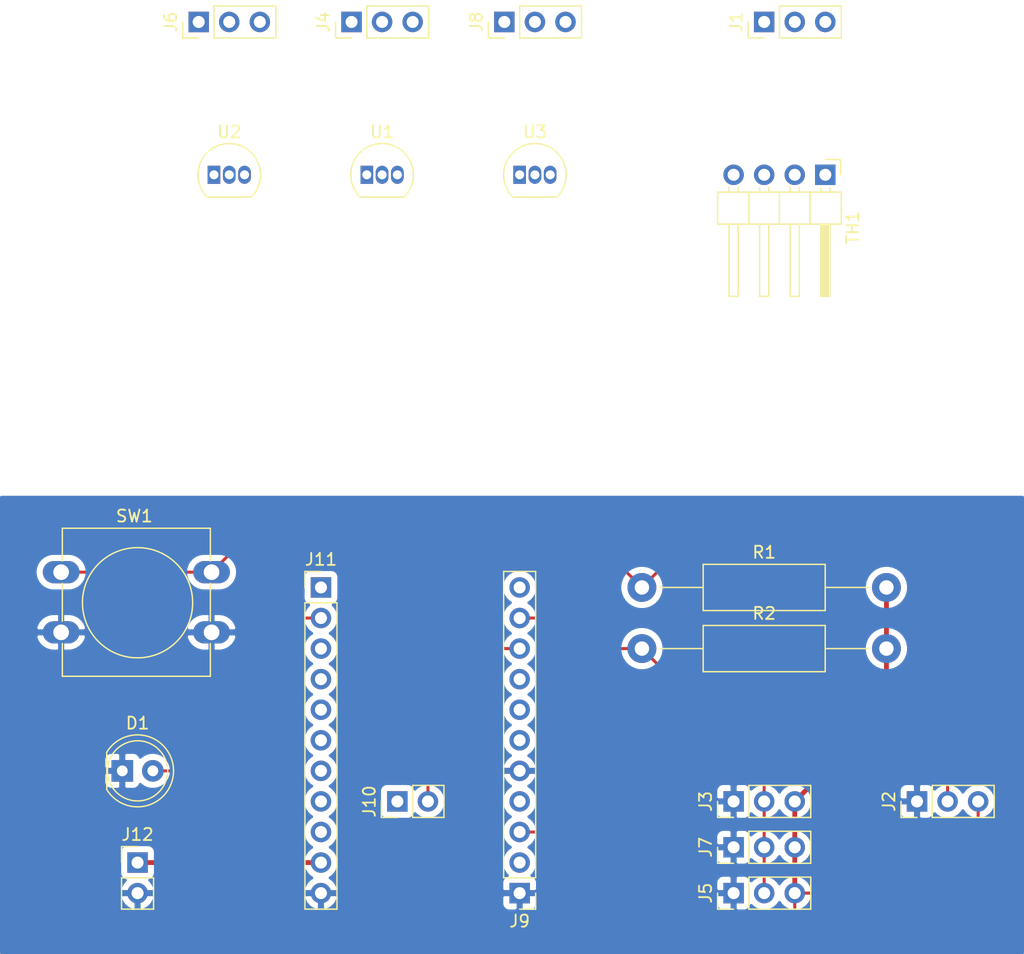
<source format=kicad_pcb>
(kicad_pcb (version 20171130) (host pcbnew 5.1.10-1.fc33)

  (general
    (thickness 1.6)
    (drawings 0)
    (tracks 40)
    (zones 0)
    (modules 20)
    (nets 36)
  )

  (page A4)
  (title_block
    (title "Beehive Cubecell Board")
    (date 2021-07-09)
    (rev 1.0)
    (company "Jörg Keller")
  )

  (layers
    (0 F.Cu signal)
    (31 B.Cu signal)
    (32 B.Adhes user)
    (33 F.Adhes user)
    (34 B.Paste user)
    (35 F.Paste user)
    (36 B.SilkS user)
    (37 F.SilkS user)
    (38 B.Mask user)
    (39 F.Mask user)
    (40 Dwgs.User user)
    (41 Cmts.User user)
    (42 Eco1.User user)
    (43 Eco2.User user)
    (44 Edge.Cuts user)
    (45 Margin user)
    (46 B.CrtYd user)
    (47 F.CrtYd user)
    (48 B.Fab user)
    (49 F.Fab user hide)
  )

  (setup
    (last_trace_width 0.25)
    (user_trace_width 0.4)
    (trace_clearance 0.2)
    (zone_clearance 0.508)
    (zone_45_only no)
    (trace_min 0.2)
    (via_size 0.8)
    (via_drill 0.4)
    (via_min_size 0.4)
    (via_min_drill 0.3)
    (uvia_size 0.3)
    (uvia_drill 0.1)
    (uvias_allowed no)
    (uvia_min_size 0.2)
    (uvia_min_drill 0.1)
    (edge_width 0.05)
    (segment_width 0.2)
    (pcb_text_width 0.3)
    (pcb_text_size 1.5 1.5)
    (mod_edge_width 0.12)
    (mod_text_size 1 1)
    (mod_text_width 0.15)
    (pad_size 1.524 1.524)
    (pad_drill 0.762)
    (pad_to_mask_clearance 0)
    (aux_axis_origin 0 0)
    (visible_elements FFFFFF7F)
    (pcbplotparams
      (layerselection 0x010fc_ffffffff)
      (usegerberextensions false)
      (usegerberattributes true)
      (usegerberadvancedattributes true)
      (creategerberjobfile true)
      (excludeedgelayer true)
      (linewidth 0.100000)
      (plotframeref false)
      (viasonmask false)
      (mode 1)
      (useauxorigin false)
      (hpglpennumber 1)
      (hpglpenspeed 20)
      (hpglpendiameter 15.000000)
      (psnegative false)
      (psa4output false)
      (plotreference true)
      (plotvalue true)
      (plotinvisibletext false)
      (padsonsilk false)
      (subtractmaskfromsilk false)
      (outputformat 1)
      (mirror false)
      (drillshape 1)
      (scaleselection 1)
      (outputdirectory ""))
  )

  (net 0 "")
  (net 1 GND)
  (net 2 GPIO1)
  (net 3 "Net-(J1-Pad3)")
  (net 4 "Net-(J1-Pad2)")
  (net 5 "Net-(J1-Pad1)")
  (net 6 GPIO5)
  (net 7 VDD)
  (net 8 GPIO4)
  (net 9 "Net-(J4-Pad1)")
  (net 10 "Net-(J4-Pad2)")
  (net 11 "Net-(J4-Pad3)")
  (net 12 "Net-(J6-Pad3)")
  (net 13 "Net-(J6-Pad2)")
  (net 14 "Net-(J6-Pad1)")
  (net 15 "Net-(J8-Pad3)")
  (net 16 "Net-(J8-Pad2)")
  (net 17 "Net-(J8-Pad1)")
  (net 18 "Net-(J9-Pad11)")
  (net 19 "Net-(J9-Pad8)")
  (net 20 "Net-(J9-Pad7)")
  (net 21 "Net-(J9-Pad6)")
  (net 22 "Net-(J9-Pad4)")
  (net 23 "Net-(J9-Pad2)")
  (net 24 "Net-(J10-Pad1)")
  (net 25 GPIO7)
  (net 26 "Net-(J11-Pad1)")
  (net 27 GPIO2)
  (net 28 GPIO3)
  (net 29 "Net-(J11-Pad5)")
  (net 30 "Net-(J11-Pad6)")
  (net 31 "Net-(J11-Pad7)")
  (net 32 "Net-(J11-Pad8)")
  (net 33 "Net-(J11-Pad9)")
  (net 34 VS)
  (net 35 "Net-(TH1-Pad3)")

  (net_class Default "This is the default net class."
    (clearance 0.2)
    (trace_width 0.25)
    (via_dia 0.8)
    (via_drill 0.4)
    (uvia_dia 0.3)
    (uvia_drill 0.1)
    (add_net GND)
    (add_net GPIO1)
    (add_net GPIO2)
    (add_net GPIO3)
    (add_net GPIO4)
    (add_net GPIO5)
    (add_net GPIO7)
    (add_net "Net-(J1-Pad1)")
    (add_net "Net-(J1-Pad2)")
    (add_net "Net-(J1-Pad3)")
    (add_net "Net-(J10-Pad1)")
    (add_net "Net-(J11-Pad1)")
    (add_net "Net-(J11-Pad5)")
    (add_net "Net-(J11-Pad6)")
    (add_net "Net-(J11-Pad7)")
    (add_net "Net-(J11-Pad8)")
    (add_net "Net-(J11-Pad9)")
    (add_net "Net-(J4-Pad1)")
    (add_net "Net-(J4-Pad2)")
    (add_net "Net-(J4-Pad3)")
    (add_net "Net-(J6-Pad1)")
    (add_net "Net-(J6-Pad2)")
    (add_net "Net-(J6-Pad3)")
    (add_net "Net-(J8-Pad1)")
    (add_net "Net-(J8-Pad2)")
    (add_net "Net-(J8-Pad3)")
    (add_net "Net-(J9-Pad11)")
    (add_net "Net-(J9-Pad2)")
    (add_net "Net-(J9-Pad4)")
    (add_net "Net-(J9-Pad6)")
    (add_net "Net-(J9-Pad7)")
    (add_net "Net-(J9-Pad8)")
    (add_net "Net-(TH1-Pad3)")
    (add_net VDD)
    (add_net VS)
  )

  (module Resistor_THT:R_Axial_DIN0411_L9.9mm_D3.6mm_P20.32mm_Horizontal (layer F.Cu) (tedit 5AE5139B) (tstamp 60E7FB8A)
    (at 113.03 77.47)
    (descr "Resistor, Axial_DIN0411 series, Axial, Horizontal, pin pitch=20.32mm, 1W, length*diameter=9.9*3.6mm^2")
    (tags "Resistor Axial_DIN0411 series Axial Horizontal pin pitch 20.32mm 1W length 9.9mm diameter 3.6mm")
    (path /60E9BDDF)
    (fp_text reference R2 (at 10.16 -2.92) (layer F.SilkS)
      (effects (font (size 1 1) (thickness 0.15)))
    )
    (fp_text value 4k7 (at 10.16 2.92) (layer F.Fab)
      (effects (font (size 1 1) (thickness 0.15)))
    )
    (fp_line (start 21.77 -2.05) (end -1.45 -2.05) (layer F.CrtYd) (width 0.05))
    (fp_line (start 21.77 2.05) (end 21.77 -2.05) (layer F.CrtYd) (width 0.05))
    (fp_line (start -1.45 2.05) (end 21.77 2.05) (layer F.CrtYd) (width 0.05))
    (fp_line (start -1.45 -2.05) (end -1.45 2.05) (layer F.CrtYd) (width 0.05))
    (fp_line (start 18.88 0) (end 15.23 0) (layer F.SilkS) (width 0.12))
    (fp_line (start 1.44 0) (end 5.09 0) (layer F.SilkS) (width 0.12))
    (fp_line (start 15.23 -1.92) (end 5.09 -1.92) (layer F.SilkS) (width 0.12))
    (fp_line (start 15.23 1.92) (end 15.23 -1.92) (layer F.SilkS) (width 0.12))
    (fp_line (start 5.09 1.92) (end 15.23 1.92) (layer F.SilkS) (width 0.12))
    (fp_line (start 5.09 -1.92) (end 5.09 1.92) (layer F.SilkS) (width 0.12))
    (fp_line (start 20.32 0) (end 15.11 0) (layer F.Fab) (width 0.1))
    (fp_line (start 0 0) (end 5.21 0) (layer F.Fab) (width 0.1))
    (fp_line (start 15.11 -1.8) (end 5.21 -1.8) (layer F.Fab) (width 0.1))
    (fp_line (start 15.11 1.8) (end 15.11 -1.8) (layer F.Fab) (width 0.1))
    (fp_line (start 5.21 1.8) (end 15.11 1.8) (layer F.Fab) (width 0.1))
    (fp_line (start 5.21 -1.8) (end 5.21 1.8) (layer F.Fab) (width 0.1))
    (fp_text user %R (at 10.16 0) (layer F.Fab)
      (effects (font (size 1 1) (thickness 0.15)))
    )
    (pad 1 thru_hole circle (at 0 0) (size 2.4 2.4) (drill 1.2) (layers *.Cu *.Mask)
      (net 8 GPIO4))
    (pad 2 thru_hole oval (at 20.32 0) (size 2.4 2.4) (drill 1.2) (layers *.Cu *.Mask)
      (net 7 VDD))
    (model ${KISYS3DMOD}/Resistor_THT.3dshapes/R_Axial_DIN0411_L9.9mm_D3.6mm_P20.32mm_Horizontal.wrl
      (at (xyz 0 0 0))
      (scale (xyz 1 1 1))
      (rotate (xyz 0 0 0))
    )
  )

  (module LED_THT:LED_D5.0mm (layer F.Cu) (tedit 5995936A) (tstamp 60E7FA3A)
    (at 69.85 87.63)
    (descr "LED, diameter 5.0mm, 2 pins, http://cdn-reichelt.de/documents/datenblatt/A500/LL-504BC2E-009.pdf")
    (tags "LED diameter 5.0mm 2 pins")
    (path /60EAC46A)
    (fp_text reference D1 (at 1.27 -3.96) (layer F.SilkS)
      (effects (font (size 1 1) (thickness 0.15)))
    )
    (fp_text value LED (at 1.27 3.96) (layer F.Fab)
      (effects (font (size 1 1) (thickness 0.15)))
    )
    (fp_line (start 4.5 -3.25) (end -1.95 -3.25) (layer F.CrtYd) (width 0.05))
    (fp_line (start 4.5 3.25) (end 4.5 -3.25) (layer F.CrtYd) (width 0.05))
    (fp_line (start -1.95 3.25) (end 4.5 3.25) (layer F.CrtYd) (width 0.05))
    (fp_line (start -1.95 -3.25) (end -1.95 3.25) (layer F.CrtYd) (width 0.05))
    (fp_line (start -1.29 -1.545) (end -1.29 1.545) (layer F.SilkS) (width 0.12))
    (fp_line (start -1.23 -1.469694) (end -1.23 1.469694) (layer F.Fab) (width 0.1))
    (fp_circle (center 1.27 0) (end 3.77 0) (layer F.SilkS) (width 0.12))
    (fp_circle (center 1.27 0) (end 3.77 0) (layer F.Fab) (width 0.1))
    (fp_arc (start 1.27 0) (end -1.23 -1.469694) (angle 299.1) (layer F.Fab) (width 0.1))
    (fp_arc (start 1.27 0) (end -1.29 -1.54483) (angle 148.9) (layer F.SilkS) (width 0.12))
    (fp_arc (start 1.27 0) (end -1.29 1.54483) (angle -148.9) (layer F.SilkS) (width 0.12))
    (fp_text user %R (at 1.25 0) (layer F.Fab)
      (effects (font (size 0.8 0.8) (thickness 0.2)))
    )
    (pad 1 thru_hole rect (at 0 0) (size 1.8 1.8) (drill 0.9) (layers *.Cu *.Mask)
      (net 1 GND))
    (pad 2 thru_hole circle (at 2.54 0) (size 1.8 1.8) (drill 0.9) (layers *.Cu *.Mask)
      (net 2 GPIO1))
    (model ${KISYS3DMOD}/LED_THT.3dshapes/LED_D5.0mm.wrl
      (at (xyz 0 0 0))
      (scale (xyz 1 1 1))
      (rotate (xyz 0 0 0))
    )
  )

  (module Connector_PinHeader_2.54mm:PinHeader_1x03_P2.54mm_Vertical (layer F.Cu) (tedit 59FED5CC) (tstamp 60E7FA51)
    (at 123.19 25.4 90)
    (descr "Through hole straight pin header, 1x03, 2.54mm pitch, single row")
    (tags "Through hole pin header THT 1x03 2.54mm single row")
    (path /60EC4073)
    (fp_text reference J1 (at 0 -2.33 90) (layer F.SilkS)
      (effects (font (size 1 1) (thickness 0.15)))
    )
    (fp_text value "Conn 1x3" (at 0 7.41 90) (layer F.Fab)
      (effects (font (size 1 1) (thickness 0.15)))
    )
    (fp_text user %R (at 0 2.54) (layer F.Fab)
      (effects (font (size 1 1) (thickness 0.15)))
    )
    (fp_line (start -0.635 -1.27) (end 1.27 -1.27) (layer F.Fab) (width 0.1))
    (fp_line (start 1.27 -1.27) (end 1.27 6.35) (layer F.Fab) (width 0.1))
    (fp_line (start 1.27 6.35) (end -1.27 6.35) (layer F.Fab) (width 0.1))
    (fp_line (start -1.27 6.35) (end -1.27 -0.635) (layer F.Fab) (width 0.1))
    (fp_line (start -1.27 -0.635) (end -0.635 -1.27) (layer F.Fab) (width 0.1))
    (fp_line (start -1.33 6.41) (end 1.33 6.41) (layer F.SilkS) (width 0.12))
    (fp_line (start -1.33 1.27) (end -1.33 6.41) (layer F.SilkS) (width 0.12))
    (fp_line (start 1.33 1.27) (end 1.33 6.41) (layer F.SilkS) (width 0.12))
    (fp_line (start -1.33 1.27) (end 1.33 1.27) (layer F.SilkS) (width 0.12))
    (fp_line (start -1.33 0) (end -1.33 -1.33) (layer F.SilkS) (width 0.12))
    (fp_line (start -1.33 -1.33) (end 0 -1.33) (layer F.SilkS) (width 0.12))
    (fp_line (start -1.8 -1.8) (end -1.8 6.85) (layer F.CrtYd) (width 0.05))
    (fp_line (start -1.8 6.85) (end 1.8 6.85) (layer F.CrtYd) (width 0.05))
    (fp_line (start 1.8 6.85) (end 1.8 -1.8) (layer F.CrtYd) (width 0.05))
    (fp_line (start 1.8 -1.8) (end -1.8 -1.8) (layer F.CrtYd) (width 0.05))
    (pad 3 thru_hole oval (at 0 5.08 90) (size 1.7 1.7) (drill 1) (layers *.Cu *.Mask)
      (net 3 "Net-(J1-Pad3)"))
    (pad 2 thru_hole oval (at 0 2.54 90) (size 1.7 1.7) (drill 1) (layers *.Cu *.Mask)
      (net 4 "Net-(J1-Pad2)"))
    (pad 1 thru_hole rect (at 0 0 90) (size 1.7 1.7) (drill 1) (layers *.Cu *.Mask)
      (net 5 "Net-(J1-Pad1)"))
    (model ${KISYS3DMOD}/Connector_PinHeader_2.54mm.3dshapes/PinHeader_1x03_P2.54mm_Vertical.wrl
      (at (xyz 0 0 0))
      (scale (xyz 1 1 1))
      (rotate (xyz 0 0 0))
    )
  )

  (module Connector_PinHeader_2.54mm:PinHeader_1x03_P2.54mm_Vertical (layer F.Cu) (tedit 59FED5CC) (tstamp 60E7FA68)
    (at 135.89 90.17 90)
    (descr "Through hole straight pin header, 1x03, 2.54mm pitch, single row")
    (tags "Through hole pin header THT 1x03 2.54mm single row")
    (path /60EB1C6B)
    (fp_text reference J2 (at 0 -2.33 90) (layer F.SilkS)
      (effects (font (size 1 1) (thickness 0.15)))
    )
    (fp_text value "Pin 1x3" (at 0 7.41 90) (layer F.Fab)
      (effects (font (size 1 1) (thickness 0.15)))
    )
    (fp_line (start 1.8 -1.8) (end -1.8 -1.8) (layer F.CrtYd) (width 0.05))
    (fp_line (start 1.8 6.85) (end 1.8 -1.8) (layer F.CrtYd) (width 0.05))
    (fp_line (start -1.8 6.85) (end 1.8 6.85) (layer F.CrtYd) (width 0.05))
    (fp_line (start -1.8 -1.8) (end -1.8 6.85) (layer F.CrtYd) (width 0.05))
    (fp_line (start -1.33 -1.33) (end 0 -1.33) (layer F.SilkS) (width 0.12))
    (fp_line (start -1.33 0) (end -1.33 -1.33) (layer F.SilkS) (width 0.12))
    (fp_line (start -1.33 1.27) (end 1.33 1.27) (layer F.SilkS) (width 0.12))
    (fp_line (start 1.33 1.27) (end 1.33 6.41) (layer F.SilkS) (width 0.12))
    (fp_line (start -1.33 1.27) (end -1.33 6.41) (layer F.SilkS) (width 0.12))
    (fp_line (start -1.33 6.41) (end 1.33 6.41) (layer F.SilkS) (width 0.12))
    (fp_line (start -1.27 -0.635) (end -0.635 -1.27) (layer F.Fab) (width 0.1))
    (fp_line (start -1.27 6.35) (end -1.27 -0.635) (layer F.Fab) (width 0.1))
    (fp_line (start 1.27 6.35) (end -1.27 6.35) (layer F.Fab) (width 0.1))
    (fp_line (start 1.27 -1.27) (end 1.27 6.35) (layer F.Fab) (width 0.1))
    (fp_line (start -0.635 -1.27) (end 1.27 -1.27) (layer F.Fab) (width 0.1))
    (fp_text user %R (at 0 2.54) (layer F.Fab)
      (effects (font (size 1 1) (thickness 0.15)))
    )
    (pad 1 thru_hole rect (at 0 0 90) (size 1.7 1.7) (drill 1) (layers *.Cu *.Mask)
      (net 1 GND))
    (pad 2 thru_hole oval (at 0 2.54 90) (size 1.7 1.7) (drill 1) (layers *.Cu *.Mask)
      (net 6 GPIO5))
    (pad 3 thru_hole oval (at 0 5.08 90) (size 1.7 1.7) (drill 1) (layers *.Cu *.Mask)
      (net 7 VDD))
    (model ${KISYS3DMOD}/Connector_PinHeader_2.54mm.3dshapes/PinHeader_1x03_P2.54mm_Vertical.wrl
      (at (xyz 0 0 0))
      (scale (xyz 1 1 1))
      (rotate (xyz 0 0 0))
    )
  )

  (module Connector_PinHeader_2.54mm:PinHeader_1x03_P2.54mm_Vertical (layer F.Cu) (tedit 59FED5CC) (tstamp 60E7FA7F)
    (at 120.65 90.17 90)
    (descr "Through hole straight pin header, 1x03, 2.54mm pitch, single row")
    (tags "Through hole pin header THT 1x03 2.54mm single row")
    (path /60EE0C53)
    (fp_text reference J3 (at 0 -2.33 90) (layer F.SilkS)
      (effects (font (size 1 1) (thickness 0.15)))
    )
    (fp_text value "Pin 1x3" (at 0 7.41 90) (layer F.Fab)
      (effects (font (size 1 1) (thickness 0.15)))
    )
    (fp_text user %R (at 0 2.54) (layer F.Fab)
      (effects (font (size 1 1) (thickness 0.15)))
    )
    (fp_line (start -0.635 -1.27) (end 1.27 -1.27) (layer F.Fab) (width 0.1))
    (fp_line (start 1.27 -1.27) (end 1.27 6.35) (layer F.Fab) (width 0.1))
    (fp_line (start 1.27 6.35) (end -1.27 6.35) (layer F.Fab) (width 0.1))
    (fp_line (start -1.27 6.35) (end -1.27 -0.635) (layer F.Fab) (width 0.1))
    (fp_line (start -1.27 -0.635) (end -0.635 -1.27) (layer F.Fab) (width 0.1))
    (fp_line (start -1.33 6.41) (end 1.33 6.41) (layer F.SilkS) (width 0.12))
    (fp_line (start -1.33 1.27) (end -1.33 6.41) (layer F.SilkS) (width 0.12))
    (fp_line (start 1.33 1.27) (end 1.33 6.41) (layer F.SilkS) (width 0.12))
    (fp_line (start -1.33 1.27) (end 1.33 1.27) (layer F.SilkS) (width 0.12))
    (fp_line (start -1.33 0) (end -1.33 -1.33) (layer F.SilkS) (width 0.12))
    (fp_line (start -1.33 -1.33) (end 0 -1.33) (layer F.SilkS) (width 0.12))
    (fp_line (start -1.8 -1.8) (end -1.8 6.85) (layer F.CrtYd) (width 0.05))
    (fp_line (start -1.8 6.85) (end 1.8 6.85) (layer F.CrtYd) (width 0.05))
    (fp_line (start 1.8 6.85) (end 1.8 -1.8) (layer F.CrtYd) (width 0.05))
    (fp_line (start 1.8 -1.8) (end -1.8 -1.8) (layer F.CrtYd) (width 0.05))
    (pad 3 thru_hole oval (at 0 5.08 90) (size 1.7 1.7) (drill 1) (layers *.Cu *.Mask)
      (net 7 VDD))
    (pad 2 thru_hole oval (at 0 2.54 90) (size 1.7 1.7) (drill 1) (layers *.Cu *.Mask)
      (net 8 GPIO4))
    (pad 1 thru_hole rect (at 0 0 90) (size 1.7 1.7) (drill 1) (layers *.Cu *.Mask)
      (net 1 GND))
    (model ${KISYS3DMOD}/Connector_PinHeader_2.54mm.3dshapes/PinHeader_1x03_P2.54mm_Vertical.wrl
      (at (xyz 0 0 0))
      (scale (xyz 1 1 1))
      (rotate (xyz 0 0 0))
    )
  )

  (module Connector_PinHeader_2.54mm:PinHeader_1x03_P2.54mm_Vertical (layer F.Cu) (tedit 59FED5CC) (tstamp 60E7FA96)
    (at 88.9 25.4 90)
    (descr "Through hole straight pin header, 1x03, 2.54mm pitch, single row")
    (tags "Through hole pin header THT 1x03 2.54mm single row")
    (path /60EE0779)
    (fp_text reference J4 (at 0 -2.33 90) (layer F.SilkS)
      (effects (font (size 1 1) (thickness 0.15)))
    )
    (fp_text value "Conn 1x3" (at 0 7.41 90) (layer F.Fab)
      (effects (font (size 1 1) (thickness 0.15)))
    )
    (fp_line (start 1.8 -1.8) (end -1.8 -1.8) (layer F.CrtYd) (width 0.05))
    (fp_line (start 1.8 6.85) (end 1.8 -1.8) (layer F.CrtYd) (width 0.05))
    (fp_line (start -1.8 6.85) (end 1.8 6.85) (layer F.CrtYd) (width 0.05))
    (fp_line (start -1.8 -1.8) (end -1.8 6.85) (layer F.CrtYd) (width 0.05))
    (fp_line (start -1.33 -1.33) (end 0 -1.33) (layer F.SilkS) (width 0.12))
    (fp_line (start -1.33 0) (end -1.33 -1.33) (layer F.SilkS) (width 0.12))
    (fp_line (start -1.33 1.27) (end 1.33 1.27) (layer F.SilkS) (width 0.12))
    (fp_line (start 1.33 1.27) (end 1.33 6.41) (layer F.SilkS) (width 0.12))
    (fp_line (start -1.33 1.27) (end -1.33 6.41) (layer F.SilkS) (width 0.12))
    (fp_line (start -1.33 6.41) (end 1.33 6.41) (layer F.SilkS) (width 0.12))
    (fp_line (start -1.27 -0.635) (end -0.635 -1.27) (layer F.Fab) (width 0.1))
    (fp_line (start -1.27 6.35) (end -1.27 -0.635) (layer F.Fab) (width 0.1))
    (fp_line (start 1.27 6.35) (end -1.27 6.35) (layer F.Fab) (width 0.1))
    (fp_line (start 1.27 -1.27) (end 1.27 6.35) (layer F.Fab) (width 0.1))
    (fp_line (start -0.635 -1.27) (end 1.27 -1.27) (layer F.Fab) (width 0.1))
    (fp_text user %R (at 0 2.54) (layer F.Fab)
      (effects (font (size 1 1) (thickness 0.15)))
    )
    (pad 1 thru_hole rect (at 0 0 90) (size 1.7 1.7) (drill 1) (layers *.Cu *.Mask)
      (net 9 "Net-(J4-Pad1)"))
    (pad 2 thru_hole oval (at 0 2.54 90) (size 1.7 1.7) (drill 1) (layers *.Cu *.Mask)
      (net 10 "Net-(J4-Pad2)"))
    (pad 3 thru_hole oval (at 0 5.08 90) (size 1.7 1.7) (drill 1) (layers *.Cu *.Mask)
      (net 11 "Net-(J4-Pad3)"))
    (model ${KISYS3DMOD}/Connector_PinHeader_2.54mm.3dshapes/PinHeader_1x03_P2.54mm_Vertical.wrl
      (at (xyz 0 0 0))
      (scale (xyz 1 1 1))
      (rotate (xyz 0 0 0))
    )
  )

  (module Connector_PinHeader_2.54mm:PinHeader_1x03_P2.54mm_Vertical (layer F.Cu) (tedit 59FED5CC) (tstamp 60E7FAAD)
    (at 120.65 97.79 90)
    (descr "Through hole straight pin header, 1x03, 2.54mm pitch, single row")
    (tags "Through hole pin header THT 1x03 2.54mm single row")
    (path /60EDFD5E)
    (fp_text reference J5 (at 0 -2.33 90) (layer F.SilkS)
      (effects (font (size 1 1) (thickness 0.15)))
    )
    (fp_text value "Pin 1x3" (at 0 7.41 90) (layer F.Fab)
      (effects (font (size 1 1) (thickness 0.15)))
    )
    (fp_line (start 1.8 -1.8) (end -1.8 -1.8) (layer F.CrtYd) (width 0.05))
    (fp_line (start 1.8 6.85) (end 1.8 -1.8) (layer F.CrtYd) (width 0.05))
    (fp_line (start -1.8 6.85) (end 1.8 6.85) (layer F.CrtYd) (width 0.05))
    (fp_line (start -1.8 -1.8) (end -1.8 6.85) (layer F.CrtYd) (width 0.05))
    (fp_line (start -1.33 -1.33) (end 0 -1.33) (layer F.SilkS) (width 0.12))
    (fp_line (start -1.33 0) (end -1.33 -1.33) (layer F.SilkS) (width 0.12))
    (fp_line (start -1.33 1.27) (end 1.33 1.27) (layer F.SilkS) (width 0.12))
    (fp_line (start 1.33 1.27) (end 1.33 6.41) (layer F.SilkS) (width 0.12))
    (fp_line (start -1.33 1.27) (end -1.33 6.41) (layer F.SilkS) (width 0.12))
    (fp_line (start -1.33 6.41) (end 1.33 6.41) (layer F.SilkS) (width 0.12))
    (fp_line (start -1.27 -0.635) (end -0.635 -1.27) (layer F.Fab) (width 0.1))
    (fp_line (start -1.27 6.35) (end -1.27 -0.635) (layer F.Fab) (width 0.1))
    (fp_line (start 1.27 6.35) (end -1.27 6.35) (layer F.Fab) (width 0.1))
    (fp_line (start 1.27 -1.27) (end 1.27 6.35) (layer F.Fab) (width 0.1))
    (fp_line (start -0.635 -1.27) (end 1.27 -1.27) (layer F.Fab) (width 0.1))
    (fp_text user %R (at 0 2.54) (layer F.Fab)
      (effects (font (size 1 1) (thickness 0.15)))
    )
    (pad 1 thru_hole rect (at 0 0 90) (size 1.7 1.7) (drill 1) (layers *.Cu *.Mask)
      (net 1 GND))
    (pad 2 thru_hole oval (at 0 2.54 90) (size 1.7 1.7) (drill 1) (layers *.Cu *.Mask)
      (net 8 GPIO4))
    (pad 3 thru_hole oval (at 0 5.08 90) (size 1.7 1.7) (drill 1) (layers *.Cu *.Mask)
      (net 7 VDD))
    (model ${KISYS3DMOD}/Connector_PinHeader_2.54mm.3dshapes/PinHeader_1x03_P2.54mm_Vertical.wrl
      (at (xyz 0 0 0))
      (scale (xyz 1 1 1))
      (rotate (xyz 0 0 0))
    )
  )

  (module Connector_PinHeader_2.54mm:PinHeader_1x03_P2.54mm_Vertical (layer F.Cu) (tedit 59FED5CC) (tstamp 60E7FAC4)
    (at 76.2 25.4 90)
    (descr "Through hole straight pin header, 1x03, 2.54mm pitch, single row")
    (tags "Through hole pin header THT 1x03 2.54mm single row")
    (path /60EE034A)
    (fp_text reference J6 (at 0 -2.33 90) (layer F.SilkS)
      (effects (font (size 1 1) (thickness 0.15)))
    )
    (fp_text value "Conn 1x3" (at 0 7.41 90) (layer F.Fab)
      (effects (font (size 1 1) (thickness 0.15)))
    )
    (fp_text user %R (at 0 2.54) (layer F.Fab)
      (effects (font (size 1 1) (thickness 0.15)))
    )
    (fp_line (start -0.635 -1.27) (end 1.27 -1.27) (layer F.Fab) (width 0.1))
    (fp_line (start 1.27 -1.27) (end 1.27 6.35) (layer F.Fab) (width 0.1))
    (fp_line (start 1.27 6.35) (end -1.27 6.35) (layer F.Fab) (width 0.1))
    (fp_line (start -1.27 6.35) (end -1.27 -0.635) (layer F.Fab) (width 0.1))
    (fp_line (start -1.27 -0.635) (end -0.635 -1.27) (layer F.Fab) (width 0.1))
    (fp_line (start -1.33 6.41) (end 1.33 6.41) (layer F.SilkS) (width 0.12))
    (fp_line (start -1.33 1.27) (end -1.33 6.41) (layer F.SilkS) (width 0.12))
    (fp_line (start 1.33 1.27) (end 1.33 6.41) (layer F.SilkS) (width 0.12))
    (fp_line (start -1.33 1.27) (end 1.33 1.27) (layer F.SilkS) (width 0.12))
    (fp_line (start -1.33 0) (end -1.33 -1.33) (layer F.SilkS) (width 0.12))
    (fp_line (start -1.33 -1.33) (end 0 -1.33) (layer F.SilkS) (width 0.12))
    (fp_line (start -1.8 -1.8) (end -1.8 6.85) (layer F.CrtYd) (width 0.05))
    (fp_line (start -1.8 6.85) (end 1.8 6.85) (layer F.CrtYd) (width 0.05))
    (fp_line (start 1.8 6.85) (end 1.8 -1.8) (layer F.CrtYd) (width 0.05))
    (fp_line (start 1.8 -1.8) (end -1.8 -1.8) (layer F.CrtYd) (width 0.05))
    (pad 3 thru_hole oval (at 0 5.08 90) (size 1.7 1.7) (drill 1) (layers *.Cu *.Mask)
      (net 12 "Net-(J6-Pad3)"))
    (pad 2 thru_hole oval (at 0 2.54 90) (size 1.7 1.7) (drill 1) (layers *.Cu *.Mask)
      (net 13 "Net-(J6-Pad2)"))
    (pad 1 thru_hole rect (at 0 0 90) (size 1.7 1.7) (drill 1) (layers *.Cu *.Mask)
      (net 14 "Net-(J6-Pad1)"))
    (model ${KISYS3DMOD}/Connector_PinHeader_2.54mm.3dshapes/PinHeader_1x03_P2.54mm_Vertical.wrl
      (at (xyz 0 0 0))
      (scale (xyz 1 1 1))
      (rotate (xyz 0 0 0))
    )
  )

  (module Connector_PinHeader_2.54mm:PinHeader_1x03_P2.54mm_Vertical (layer F.Cu) (tedit 59FED5CC) (tstamp 60E7FADB)
    (at 120.65 93.98 90)
    (descr "Through hole straight pin header, 1x03, 2.54mm pitch, single row")
    (tags "Through hole pin header THT 1x03 2.54mm single row")
    (path /60ECDED6)
    (fp_text reference J7 (at 0 -2.33 90) (layer F.SilkS)
      (effects (font (size 1 1) (thickness 0.15)))
    )
    (fp_text value "Pin 1x3" (at 0 7.41 90) (layer F.Fab)
      (effects (font (size 1 1) (thickness 0.15)))
    )
    (fp_line (start 1.8 -1.8) (end -1.8 -1.8) (layer F.CrtYd) (width 0.05))
    (fp_line (start 1.8 6.85) (end 1.8 -1.8) (layer F.CrtYd) (width 0.05))
    (fp_line (start -1.8 6.85) (end 1.8 6.85) (layer F.CrtYd) (width 0.05))
    (fp_line (start -1.8 -1.8) (end -1.8 6.85) (layer F.CrtYd) (width 0.05))
    (fp_line (start -1.33 -1.33) (end 0 -1.33) (layer F.SilkS) (width 0.12))
    (fp_line (start -1.33 0) (end -1.33 -1.33) (layer F.SilkS) (width 0.12))
    (fp_line (start -1.33 1.27) (end 1.33 1.27) (layer F.SilkS) (width 0.12))
    (fp_line (start 1.33 1.27) (end 1.33 6.41) (layer F.SilkS) (width 0.12))
    (fp_line (start -1.33 1.27) (end -1.33 6.41) (layer F.SilkS) (width 0.12))
    (fp_line (start -1.33 6.41) (end 1.33 6.41) (layer F.SilkS) (width 0.12))
    (fp_line (start -1.27 -0.635) (end -0.635 -1.27) (layer F.Fab) (width 0.1))
    (fp_line (start -1.27 6.35) (end -1.27 -0.635) (layer F.Fab) (width 0.1))
    (fp_line (start 1.27 6.35) (end -1.27 6.35) (layer F.Fab) (width 0.1))
    (fp_line (start 1.27 -1.27) (end 1.27 6.35) (layer F.Fab) (width 0.1))
    (fp_line (start -0.635 -1.27) (end 1.27 -1.27) (layer F.Fab) (width 0.1))
    (fp_text user %R (at 0 2.54) (layer F.Fab)
      (effects (font (size 1 1) (thickness 0.15)))
    )
    (pad 1 thru_hole rect (at 0 0 90) (size 1.7 1.7) (drill 1) (layers *.Cu *.Mask)
      (net 1 GND))
    (pad 2 thru_hole oval (at 0 2.54 90) (size 1.7 1.7) (drill 1) (layers *.Cu *.Mask)
      (net 8 GPIO4))
    (pad 3 thru_hole oval (at 0 5.08 90) (size 1.7 1.7) (drill 1) (layers *.Cu *.Mask)
      (net 7 VDD))
    (model ${KISYS3DMOD}/Connector_PinHeader_2.54mm.3dshapes/PinHeader_1x03_P2.54mm_Vertical.wrl
      (at (xyz 0 0 0))
      (scale (xyz 1 1 1))
      (rotate (xyz 0 0 0))
    )
  )

  (module Connector_PinHeader_2.54mm:PinHeader_1x03_P2.54mm_Vertical (layer F.Cu) (tedit 59FED5CC) (tstamp 60E7FAF2)
    (at 101.6 25.4 90)
    (descr "Through hole straight pin header, 1x03, 2.54mm pitch, single row")
    (tags "Through hole pin header THT 1x03 2.54mm single row")
    (path /60EDC511)
    (fp_text reference J8 (at 0 -2.33 90) (layer F.SilkS)
      (effects (font (size 1 1) (thickness 0.15)))
    )
    (fp_text value "Conn 1x3" (at 0 7.41 90) (layer F.Fab)
      (effects (font (size 1 1) (thickness 0.15)))
    )
    (fp_text user %R (at 0 2.54) (layer F.Fab)
      (effects (font (size 1 1) (thickness 0.15)))
    )
    (fp_line (start -0.635 -1.27) (end 1.27 -1.27) (layer F.Fab) (width 0.1))
    (fp_line (start 1.27 -1.27) (end 1.27 6.35) (layer F.Fab) (width 0.1))
    (fp_line (start 1.27 6.35) (end -1.27 6.35) (layer F.Fab) (width 0.1))
    (fp_line (start -1.27 6.35) (end -1.27 -0.635) (layer F.Fab) (width 0.1))
    (fp_line (start -1.27 -0.635) (end -0.635 -1.27) (layer F.Fab) (width 0.1))
    (fp_line (start -1.33 6.41) (end 1.33 6.41) (layer F.SilkS) (width 0.12))
    (fp_line (start -1.33 1.27) (end -1.33 6.41) (layer F.SilkS) (width 0.12))
    (fp_line (start 1.33 1.27) (end 1.33 6.41) (layer F.SilkS) (width 0.12))
    (fp_line (start -1.33 1.27) (end 1.33 1.27) (layer F.SilkS) (width 0.12))
    (fp_line (start -1.33 0) (end -1.33 -1.33) (layer F.SilkS) (width 0.12))
    (fp_line (start -1.33 -1.33) (end 0 -1.33) (layer F.SilkS) (width 0.12))
    (fp_line (start -1.8 -1.8) (end -1.8 6.85) (layer F.CrtYd) (width 0.05))
    (fp_line (start -1.8 6.85) (end 1.8 6.85) (layer F.CrtYd) (width 0.05))
    (fp_line (start 1.8 6.85) (end 1.8 -1.8) (layer F.CrtYd) (width 0.05))
    (fp_line (start 1.8 -1.8) (end -1.8 -1.8) (layer F.CrtYd) (width 0.05))
    (pad 3 thru_hole oval (at 0 5.08 90) (size 1.7 1.7) (drill 1) (layers *.Cu *.Mask)
      (net 15 "Net-(J8-Pad3)"))
    (pad 2 thru_hole oval (at 0 2.54 90) (size 1.7 1.7) (drill 1) (layers *.Cu *.Mask)
      (net 16 "Net-(J8-Pad2)"))
    (pad 1 thru_hole rect (at 0 0 90) (size 1.7 1.7) (drill 1) (layers *.Cu *.Mask)
      (net 17 "Net-(J8-Pad1)"))
    (model ${KISYS3DMOD}/Connector_PinHeader_2.54mm.3dshapes/PinHeader_1x03_P2.54mm_Vertical.wrl
      (at (xyz 0 0 0))
      (scale (xyz 1 1 1))
      (rotate (xyz 0 0 0))
    )
  )

  (module Connector_PinHeader_2.54mm:PinHeader_1x11_P2.54mm_Vertical (layer F.Cu) (tedit 59FED5CC) (tstamp 60E7FB11)
    (at 102.87 97.79 180)
    (descr "Through hole straight pin header, 1x11, 2.54mm pitch, single row")
    (tags "Through hole pin header THT 1x11 2.54mm single row")
    (path /60E7CDC4)
    (fp_text reference J9 (at 0 -2.33) (layer F.SilkS)
      (effects (font (size 1 1) (thickness 0.15)))
    )
    (fp_text value Conn_01x11_Female (at 0 27.73) (layer F.Fab)
      (effects (font (size 1 1) (thickness 0.15)))
    )
    (fp_text user %R (at 0 12.7 90) (layer F.Fab)
      (effects (font (size 1 1) (thickness 0.15)))
    )
    (fp_line (start -0.635 -1.27) (end 1.27 -1.27) (layer F.Fab) (width 0.1))
    (fp_line (start 1.27 -1.27) (end 1.27 26.67) (layer F.Fab) (width 0.1))
    (fp_line (start 1.27 26.67) (end -1.27 26.67) (layer F.Fab) (width 0.1))
    (fp_line (start -1.27 26.67) (end -1.27 -0.635) (layer F.Fab) (width 0.1))
    (fp_line (start -1.27 -0.635) (end -0.635 -1.27) (layer F.Fab) (width 0.1))
    (fp_line (start -1.33 26.73) (end 1.33 26.73) (layer F.SilkS) (width 0.12))
    (fp_line (start -1.33 1.27) (end -1.33 26.73) (layer F.SilkS) (width 0.12))
    (fp_line (start 1.33 1.27) (end 1.33 26.73) (layer F.SilkS) (width 0.12))
    (fp_line (start -1.33 1.27) (end 1.33 1.27) (layer F.SilkS) (width 0.12))
    (fp_line (start -1.33 0) (end -1.33 -1.33) (layer F.SilkS) (width 0.12))
    (fp_line (start -1.33 -1.33) (end 0 -1.33) (layer F.SilkS) (width 0.12))
    (fp_line (start -1.8 -1.8) (end -1.8 27.2) (layer F.CrtYd) (width 0.05))
    (fp_line (start -1.8 27.2) (end 1.8 27.2) (layer F.CrtYd) (width 0.05))
    (fp_line (start 1.8 27.2) (end 1.8 -1.8) (layer F.CrtYd) (width 0.05))
    (fp_line (start 1.8 -1.8) (end -1.8 -1.8) (layer F.CrtYd) (width 0.05))
    (pad 11 thru_hole oval (at 0 25.4 180) (size 1.7 1.7) (drill 1) (layers *.Cu *.Mask)
      (net 18 "Net-(J9-Pad11)"))
    (pad 10 thru_hole oval (at 0 22.86 180) (size 1.7 1.7) (drill 1) (layers *.Cu *.Mask)
      (net 8 GPIO4))
    (pad 9 thru_hole oval (at 0 20.32 180) (size 1.7 1.7) (drill 1) (layers *.Cu *.Mask)
      (net 6 GPIO5))
    (pad 8 thru_hole oval (at 0 17.78 180) (size 1.7 1.7) (drill 1) (layers *.Cu *.Mask)
      (net 19 "Net-(J9-Pad8)"))
    (pad 7 thru_hole oval (at 0 15.24 180) (size 1.7 1.7) (drill 1) (layers *.Cu *.Mask)
      (net 20 "Net-(J9-Pad7)"))
    (pad 6 thru_hole oval (at 0 12.7 180) (size 1.7 1.7) (drill 1) (layers *.Cu *.Mask)
      (net 21 "Net-(J9-Pad6)"))
    (pad 5 thru_hole oval (at 0 10.16 180) (size 1.7 1.7) (drill 1) (layers *.Cu *.Mask)
      (net 1 GND))
    (pad 4 thru_hole oval (at 0 7.62 180) (size 1.7 1.7) (drill 1) (layers *.Cu *.Mask)
      (net 22 "Net-(J9-Pad4)"))
    (pad 3 thru_hole oval (at 0 5.08 180) (size 1.7 1.7) (drill 1) (layers *.Cu *.Mask)
      (net 7 VDD))
    (pad 2 thru_hole oval (at 0 2.54 180) (size 1.7 1.7) (drill 1) (layers *.Cu *.Mask)
      (net 23 "Net-(J9-Pad2)"))
    (pad 1 thru_hole rect (at 0 0 180) (size 1.7 1.7) (drill 1) (layers *.Cu *.Mask)
      (net 1 GND))
    (model ${KISYS3DMOD}/Connector_PinHeader_2.54mm.3dshapes/PinHeader_1x11_P2.54mm_Vertical.wrl
      (at (xyz 0 0 0))
      (scale (xyz 1 1 1))
      (rotate (xyz 0 0 0))
    )
  )

  (module Connector_PinHeader_2.54mm:PinHeader_1x02_P2.54mm_Vertical (layer F.Cu) (tedit 59FED5CC) (tstamp 60E7FB27)
    (at 92.71 90.17 90)
    (descr "Through hole straight pin header, 1x02, 2.54mm pitch, single row")
    (tags "Through hole pin header THT 1x02 2.54mm single row")
    (path /60E81BC1)
    (fp_text reference J10 (at 0 -2.33 90) (layer F.SilkS)
      (effects (font (size 1 1) (thickness 0.15)))
    )
    (fp_text value Conn_01x02_Female (at 0 4.87 90) (layer F.Fab)
      (effects (font (size 1 1) (thickness 0.15)))
    )
    (fp_line (start 1.8 -1.8) (end -1.8 -1.8) (layer F.CrtYd) (width 0.05))
    (fp_line (start 1.8 4.35) (end 1.8 -1.8) (layer F.CrtYd) (width 0.05))
    (fp_line (start -1.8 4.35) (end 1.8 4.35) (layer F.CrtYd) (width 0.05))
    (fp_line (start -1.8 -1.8) (end -1.8 4.35) (layer F.CrtYd) (width 0.05))
    (fp_line (start -1.33 -1.33) (end 0 -1.33) (layer F.SilkS) (width 0.12))
    (fp_line (start -1.33 0) (end -1.33 -1.33) (layer F.SilkS) (width 0.12))
    (fp_line (start -1.33 1.27) (end 1.33 1.27) (layer F.SilkS) (width 0.12))
    (fp_line (start 1.33 1.27) (end 1.33 3.87) (layer F.SilkS) (width 0.12))
    (fp_line (start -1.33 1.27) (end -1.33 3.87) (layer F.SilkS) (width 0.12))
    (fp_line (start -1.33 3.87) (end 1.33 3.87) (layer F.SilkS) (width 0.12))
    (fp_line (start -1.27 -0.635) (end -0.635 -1.27) (layer F.Fab) (width 0.1))
    (fp_line (start -1.27 3.81) (end -1.27 -0.635) (layer F.Fab) (width 0.1))
    (fp_line (start 1.27 3.81) (end -1.27 3.81) (layer F.Fab) (width 0.1))
    (fp_line (start 1.27 -1.27) (end 1.27 3.81) (layer F.Fab) (width 0.1))
    (fp_line (start -0.635 -1.27) (end 1.27 -1.27) (layer F.Fab) (width 0.1))
    (fp_text user %R (at 0 1.27) (layer F.Fab)
      (effects (font (size 1 1) (thickness 0.15)))
    )
    (pad 1 thru_hole rect (at 0 0 90) (size 1.7 1.7) (drill 1) (layers *.Cu *.Mask)
      (net 24 "Net-(J10-Pad1)"))
    (pad 2 thru_hole oval (at 0 2.54 90) (size 1.7 1.7) (drill 1) (layers *.Cu *.Mask)
      (net 25 GPIO7))
    (model ${KISYS3DMOD}/Connector_PinHeader_2.54mm.3dshapes/PinHeader_1x02_P2.54mm_Vertical.wrl
      (at (xyz 0 0 0))
      (scale (xyz 1 1 1))
      (rotate (xyz 0 0 0))
    )
  )

  (module Connector_PinHeader_2.54mm:PinHeader_1x11_P2.54mm_Vertical (layer F.Cu) (tedit 59FED5CC) (tstamp 60E7FB46)
    (at 86.36 72.39)
    (descr "Through hole straight pin header, 1x11, 2.54mm pitch, single row")
    (tags "Through hole pin header THT 1x11 2.54mm single row")
    (path /60E7E296)
    (fp_text reference J11 (at 0 -2.33) (layer F.SilkS)
      (effects (font (size 1 1) (thickness 0.15)))
    )
    (fp_text value Conn_01x11_Female (at 0 27.73) (layer F.Fab)
      (effects (font (size 1 1) (thickness 0.15)))
    )
    (fp_line (start 1.8 -1.8) (end -1.8 -1.8) (layer F.CrtYd) (width 0.05))
    (fp_line (start 1.8 27.2) (end 1.8 -1.8) (layer F.CrtYd) (width 0.05))
    (fp_line (start -1.8 27.2) (end 1.8 27.2) (layer F.CrtYd) (width 0.05))
    (fp_line (start -1.8 -1.8) (end -1.8 27.2) (layer F.CrtYd) (width 0.05))
    (fp_line (start -1.33 -1.33) (end 0 -1.33) (layer F.SilkS) (width 0.12))
    (fp_line (start -1.33 0) (end -1.33 -1.33) (layer F.SilkS) (width 0.12))
    (fp_line (start -1.33 1.27) (end 1.33 1.27) (layer F.SilkS) (width 0.12))
    (fp_line (start 1.33 1.27) (end 1.33 26.73) (layer F.SilkS) (width 0.12))
    (fp_line (start -1.33 1.27) (end -1.33 26.73) (layer F.SilkS) (width 0.12))
    (fp_line (start -1.33 26.73) (end 1.33 26.73) (layer F.SilkS) (width 0.12))
    (fp_line (start -1.27 -0.635) (end -0.635 -1.27) (layer F.Fab) (width 0.1))
    (fp_line (start -1.27 26.67) (end -1.27 -0.635) (layer F.Fab) (width 0.1))
    (fp_line (start 1.27 26.67) (end -1.27 26.67) (layer F.Fab) (width 0.1))
    (fp_line (start 1.27 -1.27) (end 1.27 26.67) (layer F.Fab) (width 0.1))
    (fp_line (start -0.635 -1.27) (end 1.27 -1.27) (layer F.Fab) (width 0.1))
    (fp_text user %R (at 0 12.7 90) (layer F.Fab)
      (effects (font (size 1 1) (thickness 0.15)))
    )
    (pad 1 thru_hole rect (at 0 0) (size 1.7 1.7) (drill 1) (layers *.Cu *.Mask)
      (net 26 "Net-(J11-Pad1)"))
    (pad 2 thru_hole oval (at 0 2.54) (size 1.7 1.7) (drill 1) (layers *.Cu *.Mask)
      (net 2 GPIO1))
    (pad 3 thru_hole oval (at 0 5.08) (size 1.7 1.7) (drill 1) (layers *.Cu *.Mask)
      (net 27 GPIO2))
    (pad 4 thru_hole oval (at 0 7.62) (size 1.7 1.7) (drill 1) (layers *.Cu *.Mask)
      (net 28 GPIO3))
    (pad 5 thru_hole oval (at 0 10.16) (size 1.7 1.7) (drill 1) (layers *.Cu *.Mask)
      (net 29 "Net-(J11-Pad5)"))
    (pad 6 thru_hole oval (at 0 12.7) (size 1.7 1.7) (drill 1) (layers *.Cu *.Mask)
      (net 30 "Net-(J11-Pad6)"))
    (pad 7 thru_hole oval (at 0 15.24) (size 1.7 1.7) (drill 1) (layers *.Cu *.Mask)
      (net 31 "Net-(J11-Pad7)"))
    (pad 8 thru_hole oval (at 0 17.78) (size 1.7 1.7) (drill 1) (layers *.Cu *.Mask)
      (net 32 "Net-(J11-Pad8)"))
    (pad 9 thru_hole oval (at 0 20.32) (size 1.7 1.7) (drill 1) (layers *.Cu *.Mask)
      (net 33 "Net-(J11-Pad9)"))
    (pad 10 thru_hole oval (at 0 22.86) (size 1.7 1.7) (drill 1) (layers *.Cu *.Mask)
      (net 34 VS))
    (pad 11 thru_hole oval (at 0 25.4) (size 1.7 1.7) (drill 1) (layers *.Cu *.Mask)
      (net 1 GND))
    (model ${KISYS3DMOD}/Connector_PinHeader_2.54mm.3dshapes/PinHeader_1x11_P2.54mm_Vertical.wrl
      (at (xyz 0 0 0))
      (scale (xyz 1 1 1))
      (rotate (xyz 0 0 0))
    )
  )

  (module Connector_PinHeader_2.54mm:PinHeader_1x02_P2.54mm_Vertical (layer F.Cu) (tedit 59FED5CC) (tstamp 60E7FB5C)
    (at 71.12 95.25)
    (descr "Through hole straight pin header, 1x02, 2.54mm pitch, single row")
    (tags "Through hole pin header THT 1x02 2.54mm single row")
    (path /60F12345)
    (fp_text reference J12 (at 0 -2.33) (layer F.SilkS)
      (effects (font (size 1 1) (thickness 0.15)))
    )
    (fp_text value "Pin 1x2" (at 0 4.87) (layer F.Fab)
      (effects (font (size 1 1) (thickness 0.15)))
    )
    (fp_text user %R (at 0 1.27 90) (layer F.Fab)
      (effects (font (size 1 1) (thickness 0.15)))
    )
    (fp_line (start -0.635 -1.27) (end 1.27 -1.27) (layer F.Fab) (width 0.1))
    (fp_line (start 1.27 -1.27) (end 1.27 3.81) (layer F.Fab) (width 0.1))
    (fp_line (start 1.27 3.81) (end -1.27 3.81) (layer F.Fab) (width 0.1))
    (fp_line (start -1.27 3.81) (end -1.27 -0.635) (layer F.Fab) (width 0.1))
    (fp_line (start -1.27 -0.635) (end -0.635 -1.27) (layer F.Fab) (width 0.1))
    (fp_line (start -1.33 3.87) (end 1.33 3.87) (layer F.SilkS) (width 0.12))
    (fp_line (start -1.33 1.27) (end -1.33 3.87) (layer F.SilkS) (width 0.12))
    (fp_line (start 1.33 1.27) (end 1.33 3.87) (layer F.SilkS) (width 0.12))
    (fp_line (start -1.33 1.27) (end 1.33 1.27) (layer F.SilkS) (width 0.12))
    (fp_line (start -1.33 0) (end -1.33 -1.33) (layer F.SilkS) (width 0.12))
    (fp_line (start -1.33 -1.33) (end 0 -1.33) (layer F.SilkS) (width 0.12))
    (fp_line (start -1.8 -1.8) (end -1.8 4.35) (layer F.CrtYd) (width 0.05))
    (fp_line (start -1.8 4.35) (end 1.8 4.35) (layer F.CrtYd) (width 0.05))
    (fp_line (start 1.8 4.35) (end 1.8 -1.8) (layer F.CrtYd) (width 0.05))
    (fp_line (start 1.8 -1.8) (end -1.8 -1.8) (layer F.CrtYd) (width 0.05))
    (pad 2 thru_hole oval (at 0 2.54) (size 1.7 1.7) (drill 1) (layers *.Cu *.Mask)
      (net 1 GND))
    (pad 1 thru_hole rect (at 0 0) (size 1.7 1.7) (drill 1) (layers *.Cu *.Mask)
      (net 34 VS))
    (model ${KISYS3DMOD}/Connector_PinHeader_2.54mm.3dshapes/PinHeader_1x02_P2.54mm_Vertical.wrl
      (at (xyz 0 0 0))
      (scale (xyz 1 1 1))
      (rotate (xyz 0 0 0))
    )
  )

  (module Resistor_THT:R_Axial_DIN0411_L9.9mm_D3.6mm_P20.32mm_Horizontal (layer F.Cu) (tedit 5AE5139B) (tstamp 60E7FB73)
    (at 113.03 72.39)
    (descr "Resistor, Axial_DIN0411 series, Axial, Horizontal, pin pitch=20.32mm, 1W, length*diameter=9.9*3.6mm^2")
    (tags "Resistor Axial_DIN0411 series Axial Horizontal pin pitch 20.32mm 1W length 9.9mm diameter 3.6mm")
    (path /60E873E5)
    (fp_text reference R1 (at 10.16 -2.92) (layer F.SilkS)
      (effects (font (size 1 1) (thickness 0.15)))
    )
    (fp_text value 4k7 (at 10.16 2.92) (layer F.Fab)
      (effects (font (size 1 1) (thickness 0.15)))
    )
    (fp_text user %R (at 10.16 0) (layer F.Fab)
      (effects (font (size 1 1) (thickness 0.15)))
    )
    (fp_line (start 5.21 -1.8) (end 5.21 1.8) (layer F.Fab) (width 0.1))
    (fp_line (start 5.21 1.8) (end 15.11 1.8) (layer F.Fab) (width 0.1))
    (fp_line (start 15.11 1.8) (end 15.11 -1.8) (layer F.Fab) (width 0.1))
    (fp_line (start 15.11 -1.8) (end 5.21 -1.8) (layer F.Fab) (width 0.1))
    (fp_line (start 0 0) (end 5.21 0) (layer F.Fab) (width 0.1))
    (fp_line (start 20.32 0) (end 15.11 0) (layer F.Fab) (width 0.1))
    (fp_line (start 5.09 -1.92) (end 5.09 1.92) (layer F.SilkS) (width 0.12))
    (fp_line (start 5.09 1.92) (end 15.23 1.92) (layer F.SilkS) (width 0.12))
    (fp_line (start 15.23 1.92) (end 15.23 -1.92) (layer F.SilkS) (width 0.12))
    (fp_line (start 15.23 -1.92) (end 5.09 -1.92) (layer F.SilkS) (width 0.12))
    (fp_line (start 1.44 0) (end 5.09 0) (layer F.SilkS) (width 0.12))
    (fp_line (start 18.88 0) (end 15.23 0) (layer F.SilkS) (width 0.12))
    (fp_line (start -1.45 -2.05) (end -1.45 2.05) (layer F.CrtYd) (width 0.05))
    (fp_line (start -1.45 2.05) (end 21.77 2.05) (layer F.CrtYd) (width 0.05))
    (fp_line (start 21.77 2.05) (end 21.77 -2.05) (layer F.CrtYd) (width 0.05))
    (fp_line (start 21.77 -2.05) (end -1.45 -2.05) (layer F.CrtYd) (width 0.05))
    (pad 2 thru_hole oval (at 20.32 0) (size 2.4 2.4) (drill 1.2) (layers *.Cu *.Mask)
      (net 7 VDD))
    (pad 1 thru_hole circle (at 0 0) (size 2.4 2.4) (drill 1.2) (layers *.Cu *.Mask)
      (net 6 GPIO5))
    (model ${KISYS3DMOD}/Resistor_THT.3dshapes/R_Axial_DIN0411_L9.9mm_D3.6mm_P20.32mm_Horizontal.wrl
      (at (xyz 0 0 0))
      (scale (xyz 1 1 1))
      (rotate (xyz 0 0 0))
    )
  )

  (module Button_Switch_THT:SW_PUSH-12mm (layer F.Cu) (tedit 5D160D14) (tstamp 60E7FBA4)
    (at 64.77 71.12)
    (descr "SW PUSH 12mm https://www.e-switch.com/system/asset/product_line/data_sheet/143/TL1100.pdf")
    (tags "tact sw push 12mm")
    (path /60EABADE)
    (fp_text reference SW1 (at 6.08 -4.66) (layer F.SilkS)
      (effects (font (size 1 1) (thickness 0.15)))
    )
    (fp_text value Pushbutton (at 6.62 9.93) (layer F.Fab)
      (effects (font (size 1 1) (thickness 0.15)))
    )
    (fp_line (start 12.4 -3.65) (end 12.4 -0.93) (layer F.SilkS) (width 0.12))
    (fp_line (start 12.4 5.93) (end 12.4 8.65) (layer F.SilkS) (width 0.12))
    (fp_line (start 0.1 4.07) (end 0.1 0.93) (layer F.SilkS) (width 0.12))
    (fp_line (start 0.1 8.65) (end 0.1 5.93) (layer F.SilkS) (width 0.12))
    (fp_line (start 0.25 -3.5) (end 0.25 8.5) (layer F.Fab) (width 0.1))
    (fp_circle (center 6.35 2.54) (end 10.16 5.08) (layer F.SilkS) (width 0.12))
    (fp_line (start 14.25 8.75) (end -1.77 8.75) (layer F.CrtYd) (width 0.05))
    (fp_line (start 14.25 8.75) (end 14.25 -3.75) (layer F.CrtYd) (width 0.05))
    (fp_line (start -1.77 -3.75) (end -1.77 8.75) (layer F.CrtYd) (width 0.05))
    (fp_line (start -1.77 -3.75) (end 14.25 -3.75) (layer F.CrtYd) (width 0.05))
    (fp_line (start 0.1 -0.93) (end 0.1 -3.65) (layer F.SilkS) (width 0.12))
    (fp_line (start 12.4 8.65) (end 0.1 8.65) (layer F.SilkS) (width 0.12))
    (fp_line (start 12.4 0.93) (end 12.4 4.07) (layer F.SilkS) (width 0.12))
    (fp_line (start 0.1 -3.65) (end 12.4 -3.65) (layer F.SilkS) (width 0.12))
    (fp_line (start 12.25 -3.5) (end 12.25 8.5) (layer F.Fab) (width 0.1))
    (fp_line (start 0.25 -3.5) (end 12.25 -3.5) (layer F.Fab) (width 0.1))
    (fp_line (start 0.25 8.5) (end 12.25 8.5) (layer F.Fab) (width 0.1))
    (fp_text user %R (at 6.35 2.54) (layer F.Fab)
      (effects (font (size 1 1) (thickness 0.15)))
    )
    (pad 1 thru_hole oval (at 12.5 0) (size 3.048 1.85) (drill 1.3) (layers *.Cu *.Mask)
      (net 25 GPIO7))
    (pad 2 thru_hole oval (at 12.5 5) (size 3.048 1.85) (drill 1.3) (layers *.Cu *.Mask)
      (net 1 GND))
    (pad 1 thru_hole oval (at 0 0) (size 3.048 1.85) (drill 1.3) (layers *.Cu *.Mask)
      (net 25 GPIO7))
    (pad 2 thru_hole oval (at 0 5) (size 3.048 1.85) (drill 1.3) (layers *.Cu *.Mask)
      (net 1 GND))
    (model ${KISYS3DMOD}/Button_Switch_THT.3dshapes/SW_PUSH-12mm.wrl
      (at (xyz 0 0 0))
      (scale (xyz 1 1 1))
      (rotate (xyz 0 0 0))
    )
  )

  (module Connector_PinHeader_2.54mm:PinHeader_1x04_P2.54mm_Horizontal (layer F.Cu) (tedit 59FED5CB) (tstamp 60E7FBF1)
    (at 128.27 38.1 270)
    (descr "Through hole angled pin header, 1x04, 2.54mm pitch, 6mm pin length, single row")
    (tags "Through hole angled pin header THT 1x04 2.54mm single row")
    (path /60E84B6C)
    (fp_text reference TH1 (at 4.385 -2.27 90) (layer F.SilkS)
      (effects (font (size 1 1) (thickness 0.15)))
    )
    (fp_text value "DHT22 Sensor" (at 4.385 9.89 90) (layer F.Fab)
      (effects (font (size 1 1) (thickness 0.15)))
    )
    (fp_line (start 10.55 -1.8) (end -1.8 -1.8) (layer F.CrtYd) (width 0.05))
    (fp_line (start 10.55 9.4) (end 10.55 -1.8) (layer F.CrtYd) (width 0.05))
    (fp_line (start -1.8 9.4) (end 10.55 9.4) (layer F.CrtYd) (width 0.05))
    (fp_line (start -1.8 -1.8) (end -1.8 9.4) (layer F.CrtYd) (width 0.05))
    (fp_line (start -1.27 -1.27) (end 0 -1.27) (layer F.SilkS) (width 0.12))
    (fp_line (start -1.27 0) (end -1.27 -1.27) (layer F.SilkS) (width 0.12))
    (fp_line (start 1.042929 8) (end 1.44 8) (layer F.SilkS) (width 0.12))
    (fp_line (start 1.042929 7.24) (end 1.44 7.24) (layer F.SilkS) (width 0.12))
    (fp_line (start 10.1 8) (end 4.1 8) (layer F.SilkS) (width 0.12))
    (fp_line (start 10.1 7.24) (end 10.1 8) (layer F.SilkS) (width 0.12))
    (fp_line (start 4.1 7.24) (end 10.1 7.24) (layer F.SilkS) (width 0.12))
    (fp_line (start 1.44 6.35) (end 4.1 6.35) (layer F.SilkS) (width 0.12))
    (fp_line (start 1.042929 5.46) (end 1.44 5.46) (layer F.SilkS) (width 0.12))
    (fp_line (start 1.042929 4.7) (end 1.44 4.7) (layer F.SilkS) (width 0.12))
    (fp_line (start 10.1 5.46) (end 4.1 5.46) (layer F.SilkS) (width 0.12))
    (fp_line (start 10.1 4.7) (end 10.1 5.46) (layer F.SilkS) (width 0.12))
    (fp_line (start 4.1 4.7) (end 10.1 4.7) (layer F.SilkS) (width 0.12))
    (fp_line (start 1.44 3.81) (end 4.1 3.81) (layer F.SilkS) (width 0.12))
    (fp_line (start 1.042929 2.92) (end 1.44 2.92) (layer F.SilkS) (width 0.12))
    (fp_line (start 1.042929 2.16) (end 1.44 2.16) (layer F.SilkS) (width 0.12))
    (fp_line (start 10.1 2.92) (end 4.1 2.92) (layer F.SilkS) (width 0.12))
    (fp_line (start 10.1 2.16) (end 10.1 2.92) (layer F.SilkS) (width 0.12))
    (fp_line (start 4.1 2.16) (end 10.1 2.16) (layer F.SilkS) (width 0.12))
    (fp_line (start 1.44 1.27) (end 4.1 1.27) (layer F.SilkS) (width 0.12))
    (fp_line (start 1.11 0.38) (end 1.44 0.38) (layer F.SilkS) (width 0.12))
    (fp_line (start 1.11 -0.38) (end 1.44 -0.38) (layer F.SilkS) (width 0.12))
    (fp_line (start 4.1 0.28) (end 10.1 0.28) (layer F.SilkS) (width 0.12))
    (fp_line (start 4.1 0.16) (end 10.1 0.16) (layer F.SilkS) (width 0.12))
    (fp_line (start 4.1 0.04) (end 10.1 0.04) (layer F.SilkS) (width 0.12))
    (fp_line (start 4.1 -0.08) (end 10.1 -0.08) (layer F.SilkS) (width 0.12))
    (fp_line (start 4.1 -0.2) (end 10.1 -0.2) (layer F.SilkS) (width 0.12))
    (fp_line (start 4.1 -0.32) (end 10.1 -0.32) (layer F.SilkS) (width 0.12))
    (fp_line (start 10.1 0.38) (end 4.1 0.38) (layer F.SilkS) (width 0.12))
    (fp_line (start 10.1 -0.38) (end 10.1 0.38) (layer F.SilkS) (width 0.12))
    (fp_line (start 4.1 -0.38) (end 10.1 -0.38) (layer F.SilkS) (width 0.12))
    (fp_line (start 4.1 -1.33) (end 1.44 -1.33) (layer F.SilkS) (width 0.12))
    (fp_line (start 4.1 8.95) (end 4.1 -1.33) (layer F.SilkS) (width 0.12))
    (fp_line (start 1.44 8.95) (end 4.1 8.95) (layer F.SilkS) (width 0.12))
    (fp_line (start 1.44 -1.33) (end 1.44 8.95) (layer F.SilkS) (width 0.12))
    (fp_line (start 4.04 7.94) (end 10.04 7.94) (layer F.Fab) (width 0.1))
    (fp_line (start 10.04 7.3) (end 10.04 7.94) (layer F.Fab) (width 0.1))
    (fp_line (start 4.04 7.3) (end 10.04 7.3) (layer F.Fab) (width 0.1))
    (fp_line (start -0.32 7.94) (end 1.5 7.94) (layer F.Fab) (width 0.1))
    (fp_line (start -0.32 7.3) (end -0.32 7.94) (layer F.Fab) (width 0.1))
    (fp_line (start -0.32 7.3) (end 1.5 7.3) (layer F.Fab) (width 0.1))
    (fp_line (start 4.04 5.4) (end 10.04 5.4) (layer F.Fab) (width 0.1))
    (fp_line (start 10.04 4.76) (end 10.04 5.4) (layer F.Fab) (width 0.1))
    (fp_line (start 4.04 4.76) (end 10.04 4.76) (layer F.Fab) (width 0.1))
    (fp_line (start -0.32 5.4) (end 1.5 5.4) (layer F.Fab) (width 0.1))
    (fp_line (start -0.32 4.76) (end -0.32 5.4) (layer F.Fab) (width 0.1))
    (fp_line (start -0.32 4.76) (end 1.5 4.76) (layer F.Fab) (width 0.1))
    (fp_line (start 4.04 2.86) (end 10.04 2.86) (layer F.Fab) (width 0.1))
    (fp_line (start 10.04 2.22) (end 10.04 2.86) (layer F.Fab) (width 0.1))
    (fp_line (start 4.04 2.22) (end 10.04 2.22) (layer F.Fab) (width 0.1))
    (fp_line (start -0.32 2.86) (end 1.5 2.86) (layer F.Fab) (width 0.1))
    (fp_line (start -0.32 2.22) (end -0.32 2.86) (layer F.Fab) (width 0.1))
    (fp_line (start -0.32 2.22) (end 1.5 2.22) (layer F.Fab) (width 0.1))
    (fp_line (start 4.04 0.32) (end 10.04 0.32) (layer F.Fab) (width 0.1))
    (fp_line (start 10.04 -0.32) (end 10.04 0.32) (layer F.Fab) (width 0.1))
    (fp_line (start 4.04 -0.32) (end 10.04 -0.32) (layer F.Fab) (width 0.1))
    (fp_line (start -0.32 0.32) (end 1.5 0.32) (layer F.Fab) (width 0.1))
    (fp_line (start -0.32 -0.32) (end -0.32 0.32) (layer F.Fab) (width 0.1))
    (fp_line (start -0.32 -0.32) (end 1.5 -0.32) (layer F.Fab) (width 0.1))
    (fp_line (start 1.5 -0.635) (end 2.135 -1.27) (layer F.Fab) (width 0.1))
    (fp_line (start 1.5 8.89) (end 1.5 -0.635) (layer F.Fab) (width 0.1))
    (fp_line (start 4.04 8.89) (end 1.5 8.89) (layer F.Fab) (width 0.1))
    (fp_line (start 4.04 -1.27) (end 4.04 8.89) (layer F.Fab) (width 0.1))
    (fp_line (start 2.135 -1.27) (end 4.04 -1.27) (layer F.Fab) (width 0.1))
    (fp_text user %R (at 2.77 3.81) (layer F.Fab)
      (effects (font (size 1 1) (thickness 0.15)))
    )
    (pad 1 thru_hole rect (at 0 0 270) (size 1.7 1.7) (drill 1) (layers *.Cu *.Mask)
      (net 3 "Net-(J1-Pad3)"))
    (pad 2 thru_hole oval (at 0 2.54 270) (size 1.7 1.7) (drill 1) (layers *.Cu *.Mask)
      (net 4 "Net-(J1-Pad2)"))
    (pad 3 thru_hole oval (at 0 5.08 270) (size 1.7 1.7) (drill 1) (layers *.Cu *.Mask)
      (net 35 "Net-(TH1-Pad3)"))
    (pad 4 thru_hole oval (at 0 7.62 270) (size 1.7 1.7) (drill 1) (layers *.Cu *.Mask)
      (net 5 "Net-(J1-Pad1)"))
    (model ${KISYS3DMOD}/Connector_PinHeader_2.54mm.3dshapes/PinHeader_1x04_P2.54mm_Horizontal.wrl
      (at (xyz 0 0 0))
      (scale (xyz 1 1 1))
      (rotate (xyz 0 0 0))
    )
  )

  (module Package_TO_SOT_THT:TO-92_Inline (layer F.Cu) (tedit 5A1DD157) (tstamp 60E7FC03)
    (at 90.17 38.1)
    (descr "TO-92 leads in-line, narrow, oval pads, drill 0.75mm (see NXP sot054_po.pdf)")
    (tags "to-92 sc-43 sc-43a sot54 PA33 transistor")
    (path /60E8D33D)
    (fp_text reference U1 (at 1.27 -3.56) (layer F.SilkS)
      (effects (font (size 1 1) (thickness 0.15)))
    )
    (fp_text value DS18B20 (at 1.27 2.79) (layer F.Fab)
      (effects (font (size 1 1) (thickness 0.15)))
    )
    (fp_arc (start 1.27 0) (end 1.27 -2.6) (angle 135) (layer F.SilkS) (width 0.12))
    (fp_arc (start 1.27 0) (end 1.27 -2.48) (angle -135) (layer F.Fab) (width 0.1))
    (fp_arc (start 1.27 0) (end 1.27 -2.6) (angle -135) (layer F.SilkS) (width 0.12))
    (fp_arc (start 1.27 0) (end 1.27 -2.48) (angle 135) (layer F.Fab) (width 0.1))
    (fp_text user %R (at 1.27 0) (layer F.Fab)
      (effects (font (size 1 1) (thickness 0.15)))
    )
    (fp_line (start -0.53 1.85) (end 3.07 1.85) (layer F.SilkS) (width 0.12))
    (fp_line (start -0.5 1.75) (end 3 1.75) (layer F.Fab) (width 0.1))
    (fp_line (start -1.46 -2.73) (end 4 -2.73) (layer F.CrtYd) (width 0.05))
    (fp_line (start -1.46 -2.73) (end -1.46 2.01) (layer F.CrtYd) (width 0.05))
    (fp_line (start 4 2.01) (end 4 -2.73) (layer F.CrtYd) (width 0.05))
    (fp_line (start 4 2.01) (end -1.46 2.01) (layer F.CrtYd) (width 0.05))
    (pad 1 thru_hole rect (at 0 0) (size 1.05 1.5) (drill 0.75) (layers *.Cu *.Mask)
      (net 9 "Net-(J4-Pad1)"))
    (pad 3 thru_hole oval (at 2.54 0) (size 1.05 1.5) (drill 0.75) (layers *.Cu *.Mask)
      (net 11 "Net-(J4-Pad3)"))
    (pad 2 thru_hole oval (at 1.27 0) (size 1.05 1.5) (drill 0.75) (layers *.Cu *.Mask)
      (net 10 "Net-(J4-Pad2)"))
    (model ${KISYS3DMOD}/Package_TO_SOT_THT.3dshapes/TO-92_Inline.wrl
      (at (xyz 0 0 0))
      (scale (xyz 1 1 1))
      (rotate (xyz 0 0 0))
    )
  )

  (module Package_TO_SOT_THT:TO-92_Inline (layer F.Cu) (tedit 5A1DD157) (tstamp 60E7FC15)
    (at 77.47 38.1)
    (descr "TO-92 leads in-line, narrow, oval pads, drill 0.75mm (see NXP sot054_po.pdf)")
    (tags "to-92 sc-43 sc-43a sot54 PA33 transistor")
    (path /60E96409)
    (fp_text reference U2 (at 1.27 -3.56) (layer F.SilkS)
      (effects (font (size 1 1) (thickness 0.15)))
    )
    (fp_text value DS18B20 (at 1.27 2.79) (layer F.Fab)
      (effects (font (size 1 1) (thickness 0.15)))
    )
    (fp_line (start 4 2.01) (end -1.46 2.01) (layer F.CrtYd) (width 0.05))
    (fp_line (start 4 2.01) (end 4 -2.73) (layer F.CrtYd) (width 0.05))
    (fp_line (start -1.46 -2.73) (end -1.46 2.01) (layer F.CrtYd) (width 0.05))
    (fp_line (start -1.46 -2.73) (end 4 -2.73) (layer F.CrtYd) (width 0.05))
    (fp_line (start -0.5 1.75) (end 3 1.75) (layer F.Fab) (width 0.1))
    (fp_line (start -0.53 1.85) (end 3.07 1.85) (layer F.SilkS) (width 0.12))
    (fp_text user %R (at 1.27 0) (layer F.Fab)
      (effects (font (size 1 1) (thickness 0.15)))
    )
    (fp_arc (start 1.27 0) (end 1.27 -2.48) (angle 135) (layer F.Fab) (width 0.1))
    (fp_arc (start 1.27 0) (end 1.27 -2.6) (angle -135) (layer F.SilkS) (width 0.12))
    (fp_arc (start 1.27 0) (end 1.27 -2.48) (angle -135) (layer F.Fab) (width 0.1))
    (fp_arc (start 1.27 0) (end 1.27 -2.6) (angle 135) (layer F.SilkS) (width 0.12))
    (pad 2 thru_hole oval (at 1.27 0) (size 1.05 1.5) (drill 0.75) (layers *.Cu *.Mask)
      (net 13 "Net-(J6-Pad2)"))
    (pad 3 thru_hole oval (at 2.54 0) (size 1.05 1.5) (drill 0.75) (layers *.Cu *.Mask)
      (net 12 "Net-(J6-Pad3)"))
    (pad 1 thru_hole rect (at 0 0) (size 1.05 1.5) (drill 0.75) (layers *.Cu *.Mask)
      (net 14 "Net-(J6-Pad1)"))
    (model ${KISYS3DMOD}/Package_TO_SOT_THT.3dshapes/TO-92_Inline.wrl
      (at (xyz 0 0 0))
      (scale (xyz 1 1 1))
      (rotate (xyz 0 0 0))
    )
  )

  (module Package_TO_SOT_THT:TO-92_Inline (layer F.Cu) (tedit 5A1DD157) (tstamp 60E7FC27)
    (at 102.87 38.1)
    (descr "TO-92 leads in-line, narrow, oval pads, drill 0.75mm (see NXP sot054_po.pdf)")
    (tags "to-92 sc-43 sc-43a sot54 PA33 transistor")
    (path /60E969EF)
    (fp_text reference U3 (at 1.27 -3.56) (layer F.SilkS)
      (effects (font (size 1 1) (thickness 0.15)))
    )
    (fp_text value DS18B20 (at 1.27 2.79) (layer F.Fab)
      (effects (font (size 1 1) (thickness 0.15)))
    )
    (fp_line (start 4 2.01) (end -1.46 2.01) (layer F.CrtYd) (width 0.05))
    (fp_line (start 4 2.01) (end 4 -2.73) (layer F.CrtYd) (width 0.05))
    (fp_line (start -1.46 -2.73) (end -1.46 2.01) (layer F.CrtYd) (width 0.05))
    (fp_line (start -1.46 -2.73) (end 4 -2.73) (layer F.CrtYd) (width 0.05))
    (fp_line (start -0.5 1.75) (end 3 1.75) (layer F.Fab) (width 0.1))
    (fp_line (start -0.53 1.85) (end 3.07 1.85) (layer F.SilkS) (width 0.12))
    (fp_text user %R (at 1.27 0) (layer F.Fab)
      (effects (font (size 1 1) (thickness 0.15)))
    )
    (fp_arc (start 1.27 0) (end 1.27 -2.48) (angle 135) (layer F.Fab) (width 0.1))
    (fp_arc (start 1.27 0) (end 1.27 -2.6) (angle -135) (layer F.SilkS) (width 0.12))
    (fp_arc (start 1.27 0) (end 1.27 -2.48) (angle -135) (layer F.Fab) (width 0.1))
    (fp_arc (start 1.27 0) (end 1.27 -2.6) (angle 135) (layer F.SilkS) (width 0.12))
    (pad 2 thru_hole oval (at 1.27 0) (size 1.05 1.5) (drill 0.75) (layers *.Cu *.Mask)
      (net 16 "Net-(J8-Pad2)"))
    (pad 3 thru_hole oval (at 2.54 0) (size 1.05 1.5) (drill 0.75) (layers *.Cu *.Mask)
      (net 15 "Net-(J8-Pad3)"))
    (pad 1 thru_hole rect (at 0 0) (size 1.05 1.5) (drill 0.75) (layers *.Cu *.Mask)
      (net 17 "Net-(J8-Pad1)"))
    (model ${KISYS3DMOD}/Package_TO_SOT_THT.3dshapes/TO-92_Inline.wrl
      (at (xyz 0 0 0))
      (scale (xyz 1 1 1))
      (rotate (xyz 0 0 0))
    )
  )

  (segment (start 72.39 87.63) (end 78.74 87.63) (width 0.25) (layer F.Cu) (net 2))
  (segment (start 78.74 87.63) (end 81.28 85.09) (width 0.25) (layer F.Cu) (net 2))
  (segment (start 81.28 85.09) (end 81.28 77.47) (width 0.25) (layer F.Cu) (net 2))
  (segment (start 83.82 74.93) (end 86.36 74.93) (width 0.25) (layer F.Cu) (net 2))
  (segment (start 81.28 77.47) (end 83.82 74.93) (width 0.25) (layer F.Cu) (net 2))
  (segment (start 116.84 68.58) (end 113.03 72.39) (width 0.25) (layer F.Cu) (net 6))
  (segment (start 138.43 72.39) (end 134.62 68.58) (width 0.25) (layer F.Cu) (net 6))
  (segment (start 134.62 68.58) (end 116.84 68.58) (width 0.25) (layer F.Cu) (net 6))
  (segment (start 138.43 90.17) (end 138.43 72.39) (width 0.25) (layer F.Cu) (net 6))
  (segment (start 109.22 68.58) (end 113.03 72.39) (width 0.25) (layer F.Cu) (net 6))
  (segment (start 101.6 68.58) (end 109.22 68.58) (width 0.25) (layer F.Cu) (net 6))
  (segment (start 99.06 71.12) (end 101.6 68.58) (width 0.25) (layer F.Cu) (net 6))
  (segment (start 102.87 77.47) (end 101.6 77.47) (width 0.25) (layer F.Cu) (net 6))
  (segment (start 101.6 77.47) (end 99.06 74.93) (width 0.25) (layer F.Cu) (net 6))
  (segment (start 99.06 74.93) (end 99.06 71.12) (width 0.25) (layer F.Cu) (net 6))
  (segment (start 125.73 97.79) (end 125.73 93.98) (width 0.4) (layer F.Cu) (net 7))
  (segment (start 125.73 93.98) (end 125.73 90.17) (width 0.4) (layer F.Cu) (net 7))
  (segment (start 125.73 90.17) (end 133.35 82.55) (width 0.4) (layer F.Cu) (net 7))
  (segment (start 133.35 82.55) (end 133.35 77.47) (width 0.4) (layer F.Cu) (net 7))
  (segment (start 133.35 72.39) (end 133.35 77.47) (width 0.4) (layer F.Cu) (net 7))
  (segment (start 125.73 97.79) (end 125.73 100.33) (width 0.25) (layer F.Cu) (net 7))
  (segment (start 125.73 100.33) (end 113.03 100.33) (width 0.25) (layer F.Cu) (net 7))
  (segment (start 105.41 92.71) (end 102.87 92.71) (width 0.25) (layer F.Cu) (net 7))
  (segment (start 113.03 100.33) (end 105.41 92.71) (width 0.25) (layer F.Cu) (net 7))
  (segment (start 125.73 97.79) (end 135.89 97.79) (width 0.25) (layer F.Cu) (net 7))
  (segment (start 140.97 92.71) (end 140.97 90.17) (width 0.25) (layer F.Cu) (net 7))
  (segment (start 135.89 97.79) (end 140.97 92.71) (width 0.25) (layer F.Cu) (net 7))
  (segment (start 123.19 97.79) (end 123.19 93.98) (width 0.25) (layer F.Cu) (net 8))
  (segment (start 123.19 93.98) (end 123.19 90.17) (width 0.25) (layer F.Cu) (net 8))
  (segment (start 123.19 87.63) (end 113.03 77.47) (width 0.25) (layer F.Cu) (net 8))
  (segment (start 123.19 90.17) (end 123.19 87.63) (width 0.25) (layer F.Cu) (net 8))
  (segment (start 113.03 77.47) (end 110.49 77.47) (width 0.25) (layer F.Cu) (net 8))
  (segment (start 107.95 74.93) (end 102.87 74.93) (width 0.25) (layer F.Cu) (net 8))
  (segment (start 110.49 77.47) (end 107.95 74.93) (width 0.25) (layer F.Cu) (net 8))
  (segment (start 95.25 90.17) (end 95.25 71.12) (width 0.25) (layer F.Cu) (net 25))
  (segment (start 95.25 71.12) (end 92.71 68.58) (width 0.25) (layer F.Cu) (net 25))
  (segment (start 79.81 68.58) (end 77.27 71.12) (width 0.25) (layer F.Cu) (net 25))
  (segment (start 92.71 68.58) (end 79.81 68.58) (width 0.25) (layer F.Cu) (net 25))
  (segment (start 77.27 71.12) (end 64.77 71.12) (width 0.25) (layer F.Cu) (net 25))
  (segment (start 71.12 95.25) (end 86.36 95.25) (width 0.4) (layer F.Cu) (net 34))

  (zone (net 1) (net_name GND) (layer B.Cu) (tstamp 0) (hatch edge 0.508)
    (connect_pads (clearance 0.508))
    (min_thickness 0.254)
    (fill yes (arc_segments 32) (thermal_gap 0.508) (thermal_bridge_width 0.508))
    (polygon
      (pts
        (xy 144.78 102.87) (xy 59.69 102.87) (xy 59.69 64.77) (xy 144.78 64.77)
      )
    )
    (filled_polygon
      (pts
        (xy 144.653 102.743) (xy 59.817 102.743) (xy 59.817 98.14689) (xy 69.678524 98.14689) (xy 69.723175 98.294099)
        (xy 69.848359 98.55692) (xy 70.022412 98.790269) (xy 70.238645 98.985178) (xy 70.488748 99.134157) (xy 70.763109 99.231481)
        (xy 70.993 99.110814) (xy 70.993 97.917) (xy 71.247 97.917) (xy 71.247 99.110814) (xy 71.476891 99.231481)
        (xy 71.751252 99.134157) (xy 72.001355 98.985178) (xy 72.217588 98.790269) (xy 72.391641 98.55692) (xy 72.516825 98.294099)
        (xy 72.561476 98.14689) (xy 84.918524 98.14689) (xy 84.963175 98.294099) (xy 85.088359 98.55692) (xy 85.262412 98.790269)
        (xy 85.478645 98.985178) (xy 85.728748 99.134157) (xy 86.003109 99.231481) (xy 86.233 99.110814) (xy 86.233 97.917)
        (xy 86.487 97.917) (xy 86.487 99.110814) (xy 86.716891 99.231481) (xy 86.991252 99.134157) (xy 87.241355 98.985178)
        (xy 87.457588 98.790269) (xy 87.569672 98.64) (xy 101.381928 98.64) (xy 101.394188 98.764482) (xy 101.430498 98.88418)
        (xy 101.489463 98.994494) (xy 101.568815 99.091185) (xy 101.665506 99.170537) (xy 101.77582 99.229502) (xy 101.895518 99.265812)
        (xy 102.02 99.278072) (xy 102.58425 99.275) (xy 102.743 99.11625) (xy 102.743 97.917) (xy 102.997 97.917)
        (xy 102.997 99.11625) (xy 103.15575 99.275) (xy 103.72 99.278072) (xy 103.844482 99.265812) (xy 103.96418 99.229502)
        (xy 104.074494 99.170537) (xy 104.171185 99.091185) (xy 104.250537 98.994494) (xy 104.309502 98.88418) (xy 104.345812 98.764482)
        (xy 104.358072 98.64) (xy 119.161928 98.64) (xy 119.174188 98.764482) (xy 119.210498 98.88418) (xy 119.269463 98.994494)
        (xy 119.348815 99.091185) (xy 119.445506 99.170537) (xy 119.55582 99.229502) (xy 119.675518 99.265812) (xy 119.8 99.278072)
        (xy 120.36425 99.275) (xy 120.523 99.11625) (xy 120.523 97.917) (xy 119.32375 97.917) (xy 119.165 98.07575)
        (xy 119.161928 98.64) (xy 104.358072 98.64) (xy 104.355 98.07575) (xy 104.19625 97.917) (xy 102.997 97.917)
        (xy 102.743 97.917) (xy 101.54375 97.917) (xy 101.385 98.07575) (xy 101.381928 98.64) (xy 87.569672 98.64)
        (xy 87.631641 98.55692) (xy 87.756825 98.294099) (xy 87.801476 98.14689) (xy 87.680155 97.917) (xy 86.487 97.917)
        (xy 86.233 97.917) (xy 85.039845 97.917) (xy 84.918524 98.14689) (xy 72.561476 98.14689) (xy 72.440155 97.917)
        (xy 71.247 97.917) (xy 70.993 97.917) (xy 69.799845 97.917) (xy 69.678524 98.14689) (xy 59.817 98.14689)
        (xy 59.817 94.4) (xy 69.631928 94.4) (xy 69.631928 96.1) (xy 69.644188 96.224482) (xy 69.680498 96.34418)
        (xy 69.739463 96.454494) (xy 69.818815 96.551185) (xy 69.915506 96.630537) (xy 70.02582 96.689502) (xy 70.106466 96.713966)
        (xy 70.022412 96.789731) (xy 69.848359 97.02308) (xy 69.723175 97.285901) (xy 69.678524 97.43311) (xy 69.799845 97.663)
        (xy 70.993 97.663) (xy 70.993 97.643) (xy 71.247 97.643) (xy 71.247 97.663) (xy 72.440155 97.663)
        (xy 72.561476 97.43311) (xy 72.516825 97.285901) (xy 72.391641 97.02308) (xy 72.217588 96.789731) (xy 72.133534 96.713966)
        (xy 72.21418 96.689502) (xy 72.324494 96.630537) (xy 72.421185 96.551185) (xy 72.500537 96.454494) (xy 72.559502 96.34418)
        (xy 72.595812 96.224482) (xy 72.608072 96.1) (xy 72.608072 94.4) (xy 72.595812 94.275518) (xy 72.559502 94.15582)
        (xy 72.500537 94.045506) (xy 72.421185 93.948815) (xy 72.324494 93.869463) (xy 72.21418 93.810498) (xy 72.094482 93.774188)
        (xy 71.97 93.761928) (xy 70.27 93.761928) (xy 70.145518 93.774188) (xy 70.02582 93.810498) (xy 69.915506 93.869463)
        (xy 69.818815 93.948815) (xy 69.739463 94.045506) (xy 69.680498 94.15582) (xy 69.644188 94.275518) (xy 69.631928 94.4)
        (xy 59.817 94.4) (xy 59.817 88.53) (xy 68.311928 88.53) (xy 68.324188 88.654482) (xy 68.360498 88.77418)
        (xy 68.419463 88.884494) (xy 68.498815 88.981185) (xy 68.595506 89.060537) (xy 68.70582 89.119502) (xy 68.825518 89.155812)
        (xy 68.95 89.168072) (xy 69.56425 89.165) (xy 69.723 89.00625) (xy 69.723 87.757) (xy 68.47375 87.757)
        (xy 68.315 87.91575) (xy 68.311928 88.53) (xy 59.817 88.53) (xy 59.817 86.73) (xy 68.311928 86.73)
        (xy 68.315 87.34425) (xy 68.47375 87.503) (xy 69.723 87.503) (xy 69.723 86.25375) (xy 69.977 86.25375)
        (xy 69.977 87.503) (xy 69.997 87.503) (xy 69.997 87.757) (xy 69.977 87.757) (xy 69.977 89.00625)
        (xy 70.13575 89.165) (xy 70.75 89.168072) (xy 70.874482 89.155812) (xy 70.99418 89.119502) (xy 71.104494 89.060537)
        (xy 71.201185 88.981185) (xy 71.280537 88.884494) (xy 71.339502 88.77418) (xy 71.345056 88.755873) (xy 71.411495 88.822312)
        (xy 71.662905 88.990299) (xy 71.942257 89.106011) (xy 72.238816 89.165) (xy 72.541184 89.165) (xy 72.837743 89.106011)
        (xy 73.117095 88.990299) (xy 73.368505 88.822312) (xy 73.582312 88.608505) (xy 73.750299 88.357095) (xy 73.866011 88.077743)
        (xy 73.925 87.781184) (xy 73.925 87.478816) (xy 73.866011 87.182257) (xy 73.750299 86.902905) (xy 73.582312 86.651495)
        (xy 73.368505 86.437688) (xy 73.117095 86.269701) (xy 72.837743 86.153989) (xy 72.541184 86.095) (xy 72.238816 86.095)
        (xy 71.942257 86.153989) (xy 71.662905 86.269701) (xy 71.411495 86.437688) (xy 71.345056 86.504127) (xy 71.339502 86.48582)
        (xy 71.280537 86.375506) (xy 71.201185 86.278815) (xy 71.104494 86.199463) (xy 70.99418 86.140498) (xy 70.874482 86.104188)
        (xy 70.75 86.091928) (xy 70.13575 86.095) (xy 69.977 86.25375) (xy 69.723 86.25375) (xy 69.56425 86.095)
        (xy 68.95 86.091928) (xy 68.825518 86.104188) (xy 68.70582 86.140498) (xy 68.595506 86.199463) (xy 68.498815 86.278815)
        (xy 68.419463 86.375506) (xy 68.360498 86.48582) (xy 68.324188 86.605518) (xy 68.311928 86.73) (xy 59.817 86.73)
        (xy 59.817 76.488664) (xy 62.655188 76.488664) (xy 62.681147 76.599655) (xy 62.80335 76.881094) (xy 62.978111 77.133285)
        (xy 63.198714 77.346536) (xy 63.456681 77.512652) (xy 63.742099 77.625249) (xy 64.044 77.68) (xy 64.643 77.68)
        (xy 64.643 76.247) (xy 64.897 76.247) (xy 64.897 77.68) (xy 65.496 77.68) (xy 65.797901 77.625249)
        (xy 66.083319 77.512652) (xy 66.341286 77.346536) (xy 66.561889 77.133285) (xy 66.73665 76.881094) (xy 66.858853 76.599655)
        (xy 66.884812 76.488664) (xy 75.155188 76.488664) (xy 75.181147 76.599655) (xy 75.30335 76.881094) (xy 75.478111 77.133285)
        (xy 75.698714 77.346536) (xy 75.956681 77.512652) (xy 76.242099 77.625249) (xy 76.544 77.68) (xy 77.143 77.68)
        (xy 77.143 76.247) (xy 77.397 76.247) (xy 77.397 77.68) (xy 77.996 77.68) (xy 78.297901 77.625249)
        (xy 78.583319 77.512652) (xy 78.841286 77.346536) (xy 79.061889 77.133285) (xy 79.23665 76.881094) (xy 79.358853 76.599655)
        (xy 79.384812 76.488664) (xy 79.264483 76.247) (xy 77.397 76.247) (xy 77.143 76.247) (xy 75.275517 76.247)
        (xy 75.155188 76.488664) (xy 66.884812 76.488664) (xy 66.764483 76.247) (xy 64.897 76.247) (xy 64.643 76.247)
        (xy 62.775517 76.247) (xy 62.655188 76.488664) (xy 59.817 76.488664) (xy 59.817 75.751336) (xy 62.655188 75.751336)
        (xy 62.775517 75.993) (xy 64.643 75.993) (xy 64.643 74.56) (xy 64.897 74.56) (xy 64.897 75.993)
        (xy 66.764483 75.993) (xy 66.884812 75.751336) (xy 75.155188 75.751336) (xy 75.275517 75.993) (xy 77.143 75.993)
        (xy 77.143 74.56) (xy 77.397 74.56) (xy 77.397 75.993) (xy 79.264483 75.993) (xy 79.384812 75.751336)
        (xy 79.358853 75.640345) (xy 79.23665 75.358906) (xy 79.061889 75.106715) (xy 78.841286 74.893464) (xy 78.583319 74.727348)
        (xy 78.297901 74.614751) (xy 77.996 74.56) (xy 77.397 74.56) (xy 77.143 74.56) (xy 76.544 74.56)
        (xy 76.242099 74.614751) (xy 75.956681 74.727348) (xy 75.698714 74.893464) (xy 75.478111 75.106715) (xy 75.30335 75.358906)
        (xy 75.181147 75.640345) (xy 75.155188 75.751336) (xy 66.884812 75.751336) (xy 66.858853 75.640345) (xy 66.73665 75.358906)
        (xy 66.561889 75.106715) (xy 66.341286 74.893464) (xy 66.083319 74.727348) (xy 65.797901 74.614751) (xy 65.496 74.56)
        (xy 64.897 74.56) (xy 64.643 74.56) (xy 64.044 74.56) (xy 63.742099 74.614751) (xy 63.456681 74.727348)
        (xy 63.198714 74.893464) (xy 62.978111 75.106715) (xy 62.80335 75.358906) (xy 62.681147 75.640345) (xy 62.655188 75.751336)
        (xy 59.817 75.751336) (xy 59.817 71.12) (xy 62.603452 71.12) (xy 62.633572 71.425813) (xy 62.722774 71.719875)
        (xy 62.867631 71.990883) (xy 63.062576 72.228424) (xy 63.300117 72.423369) (xy 63.571125 72.568226) (xy 63.865187 72.657428)
        (xy 64.094364 72.68) (xy 65.445636 72.68) (xy 65.674813 72.657428) (xy 65.968875 72.568226) (xy 66.239883 72.423369)
        (xy 66.477424 72.228424) (xy 66.672369 71.990883) (xy 66.817226 71.719875) (xy 66.906428 71.425813) (xy 66.936548 71.12)
        (xy 75.103452 71.12) (xy 75.133572 71.425813) (xy 75.222774 71.719875) (xy 75.367631 71.990883) (xy 75.562576 72.228424)
        (xy 75.800117 72.423369) (xy 76.071125 72.568226) (xy 76.365187 72.657428) (xy 76.594364 72.68) (xy 77.945636 72.68)
        (xy 78.174813 72.657428) (xy 78.468875 72.568226) (xy 78.739883 72.423369) (xy 78.977424 72.228424) (xy 79.172369 71.990883)
        (xy 79.317226 71.719875) (xy 79.37179 71.54) (xy 84.871928 71.54) (xy 84.871928 73.24) (xy 84.884188 73.364482)
        (xy 84.920498 73.48418) (xy 84.979463 73.594494) (xy 85.058815 73.691185) (xy 85.155506 73.770537) (xy 85.26582 73.829502)
        (xy 85.33838 73.851513) (xy 85.206525 73.983368) (xy 85.04401 74.226589) (xy 84.932068 74.496842) (xy 84.875 74.78374)
        (xy 84.875 75.07626) (xy 84.932068 75.363158) (xy 85.04401 75.633411) (xy 85.206525 75.876632) (xy 85.413368 76.083475)
        (xy 85.58776 76.2) (xy 85.413368 76.316525) (xy 85.206525 76.523368) (xy 85.04401 76.766589) (xy 84.932068 77.036842)
        (xy 84.875 77.32374) (xy 84.875 77.61626) (xy 84.932068 77.903158) (xy 85.04401 78.173411) (xy 85.206525 78.416632)
        (xy 85.413368 78.623475) (xy 85.58776 78.74) (xy 85.413368 78.856525) (xy 85.206525 79.063368) (xy 85.04401 79.306589)
        (xy 84.932068 79.576842) (xy 84.875 79.86374) (xy 84.875 80.15626) (xy 84.932068 80.443158) (xy 85.04401 80.713411)
        (xy 85.206525 80.956632) (xy 85.413368 81.163475) (xy 85.58776 81.28) (xy 85.413368 81.396525) (xy 85.206525 81.603368)
        (xy 85.04401 81.846589) (xy 84.932068 82.116842) (xy 84.875 82.40374) (xy 84.875 82.69626) (xy 84.932068 82.983158)
        (xy 85.04401 83.253411) (xy 85.206525 83.496632) (xy 85.413368 83.703475) (xy 85.58776 83.82) (xy 85.413368 83.936525)
        (xy 85.206525 84.143368) (xy 85.04401 84.386589) (xy 84.932068 84.656842) (xy 84.875 84.94374) (xy 84.875 85.23626)
        (xy 84.932068 85.523158) (xy 85.04401 85.793411) (xy 85.206525 86.036632) (xy 85.413368 86.243475) (xy 85.58776 86.36)
        (xy 85.413368 86.476525) (xy 85.206525 86.683368) (xy 85.04401 86.926589) (xy 84.932068 87.196842) (xy 84.875 87.48374)
        (xy 84.875 87.77626) (xy 84.932068 88.063158) (xy 85.04401 88.333411) (xy 85.206525 88.576632) (xy 85.413368 88.783475)
        (xy 85.58776 88.9) (xy 85.413368 89.016525) (xy 85.206525 89.223368) (xy 85.04401 89.466589) (xy 84.932068 89.736842)
        (xy 84.875 90.02374) (xy 84.875 90.31626) (xy 84.932068 90.603158) (xy 85.04401 90.873411) (xy 85.206525 91.116632)
        (xy 85.413368 91.323475) (xy 85.58776 91.44) (xy 85.413368 91.556525) (xy 85.206525 91.763368) (xy 85.04401 92.006589)
        (xy 84.932068 92.276842) (xy 84.875 92.56374) (xy 84.875 92.85626) (xy 84.932068 93.143158) (xy 85.04401 93.413411)
        (xy 85.206525 93.656632) (xy 85.413368 93.863475) (xy 85.58776 93.98) (xy 85.413368 94.096525) (xy 85.206525 94.303368)
        (xy 85.04401 94.546589) (xy 84.932068 94.816842) (xy 84.875 95.10374) (xy 84.875 95.39626) (xy 84.932068 95.683158)
        (xy 85.04401 95.953411) (xy 85.206525 96.196632) (xy 85.413368 96.403475) (xy 85.595534 96.525195) (xy 85.478645 96.594822)
        (xy 85.262412 96.789731) (xy 85.088359 97.02308) (xy 84.963175 97.285901) (xy 84.918524 97.43311) (xy 85.039845 97.663)
        (xy 86.233 97.663) (xy 86.233 97.643) (xy 86.487 97.643) (xy 86.487 97.663) (xy 87.680155 97.663)
        (xy 87.801476 97.43311) (xy 87.756825 97.285901) (xy 87.631641 97.02308) (xy 87.569673 96.94) (xy 101.381928 96.94)
        (xy 101.385 97.50425) (xy 101.54375 97.663) (xy 102.743 97.663) (xy 102.743 97.643) (xy 102.997 97.643)
        (xy 102.997 97.663) (xy 104.19625 97.663) (xy 104.355 97.50425) (xy 104.358072 96.94) (xy 119.161928 96.94)
        (xy 119.165 97.50425) (xy 119.32375 97.663) (xy 120.523 97.663) (xy 120.523 96.46375) (xy 120.777 96.46375)
        (xy 120.777 97.663) (xy 120.797 97.663) (xy 120.797 97.917) (xy 120.777 97.917) (xy 120.777 99.11625)
        (xy 120.93575 99.275) (xy 121.5 99.278072) (xy 121.624482 99.265812) (xy 121.74418 99.229502) (xy 121.854494 99.170537)
        (xy 121.951185 99.091185) (xy 122.030537 98.994494) (xy 122.089502 98.88418) (xy 122.111513 98.81162) (xy 122.243368 98.943475)
        (xy 122.486589 99.10599) (xy 122.756842 99.217932) (xy 123.04374 99.275) (xy 123.33626 99.275) (xy 123.623158 99.217932)
        (xy 123.893411 99.10599) (xy 124.136632 98.943475) (xy 124.343475 98.736632) (xy 124.46 98.56224) (xy 124.576525 98.736632)
        (xy 124.783368 98.943475) (xy 125.026589 99.10599) (xy 125.296842 99.217932) (xy 125.58374 99.275) (xy 125.87626 99.275)
        (xy 126.163158 99.217932) (xy 126.433411 99.10599) (xy 126.676632 98.943475) (xy 126.883475 98.736632) (xy 127.04599 98.493411)
        (xy 127.157932 98.223158) (xy 127.215 97.93626) (xy 127.215 97.64374) (xy 127.157932 97.356842) (xy 127.04599 97.086589)
        (xy 126.883475 96.843368) (xy 126.676632 96.636525) (xy 126.433411 96.47401) (xy 126.163158 96.362068) (xy 125.87626 96.305)
        (xy 125.58374 96.305) (xy 125.296842 96.362068) (xy 125.026589 96.47401) (xy 124.783368 96.636525) (xy 124.576525 96.843368)
        (xy 124.46 97.01776) (xy 124.343475 96.843368) (xy 124.136632 96.636525) (xy 123.893411 96.47401) (xy 123.623158 96.362068)
        (xy 123.33626 96.305) (xy 123.04374 96.305) (xy 122.756842 96.362068) (xy 122.486589 96.47401) (xy 122.243368 96.636525)
        (xy 122.111513 96.76838) (xy 122.089502 96.69582) (xy 122.030537 96.585506) (xy 121.951185 96.488815) (xy 121.854494 96.409463)
        (xy 121.74418 96.350498) (xy 121.624482 96.314188) (xy 121.5 96.301928) (xy 120.93575 96.305) (xy 120.777 96.46375)
        (xy 120.523 96.46375) (xy 120.36425 96.305) (xy 119.8 96.301928) (xy 119.675518 96.314188) (xy 119.55582 96.350498)
        (xy 119.445506 96.409463) (xy 119.348815 96.488815) (xy 119.269463 96.585506) (xy 119.210498 96.69582) (xy 119.174188 96.815518)
        (xy 119.161928 96.94) (xy 104.358072 96.94) (xy 104.345812 96.815518) (xy 104.309502 96.69582) (xy 104.250537 96.585506)
        (xy 104.171185 96.488815) (xy 104.074494 96.409463) (xy 103.96418 96.350498) (xy 103.89162 96.328487) (xy 104.023475 96.196632)
        (xy 104.18599 95.953411) (xy 104.297932 95.683158) (xy 104.355 95.39626) (xy 104.355 95.10374) (xy 104.30055 94.83)
        (xy 119.161928 94.83) (xy 119.174188 94.954482) (xy 119.210498 95.07418) (xy 119.269463 95.184494) (xy 119.348815 95.281185)
        (xy 119.445506 95.360537) (xy 119.55582 95.419502) (xy 119.675518 95.455812) (xy 119.8 95.468072) (xy 120.36425 95.465)
        (xy 120.523 95.30625) (xy 120.523 94.107) (xy 119.32375 94.107) (xy 119.165 94.26575) (xy 119.161928 94.83)
        (xy 104.30055 94.83) (xy 104.297932 94.816842) (xy 104.18599 94.546589) (xy 104.023475 94.303368) (xy 103.816632 94.096525)
        (xy 103.64224 93.98) (xy 103.816632 93.863475) (xy 104.023475 93.656632) (xy 104.18599 93.413411) (xy 104.297932 93.143158)
        (xy 104.300549 93.13) (xy 119.161928 93.13) (xy 119.165 93.69425) (xy 119.32375 93.853) (xy 120.523 93.853)
        (xy 120.523 92.65375) (xy 120.777 92.65375) (xy 120.777 93.853) (xy 120.797 93.853) (xy 120.797 94.107)
        (xy 120.777 94.107) (xy 120.777 95.30625) (xy 120.93575 95.465) (xy 121.5 95.468072) (xy 121.624482 95.455812)
        (xy 121.74418 95.419502) (xy 121.854494 95.360537) (xy 121.951185 95.281185) (xy 122.030537 95.184494) (xy 122.089502 95.07418)
        (xy 122.111513 95.00162) (xy 122.243368 95.133475) (xy 122.486589 95.29599) (xy 122.756842 95.407932) (xy 123.04374 95.465)
        (xy 123.33626 95.465) (xy 123.623158 95.407932) (xy 123.893411 95.29599) (xy 124.136632 95.133475) (xy 124.343475 94.926632)
        (xy 124.46 94.75224) (xy 124.576525 94.926632) (xy 124.783368 95.133475) (xy 125.026589 95.29599) (xy 125.296842 95.407932)
        (xy 125.58374 95.465) (xy 125.87626 95.465) (xy 126.163158 95.407932) (xy 126.433411 95.29599) (xy 126.676632 95.133475)
        (xy 126.883475 94.926632) (xy 127.04599 94.683411) (xy 127.157932 94.413158) (xy 127.215 94.12626) (xy 127.215 93.83374)
        (xy 127.157932 93.546842) (xy 127.04599 93.276589) (xy 126.883475 93.033368) (xy 126.676632 92.826525) (xy 126.433411 92.66401)
        (xy 126.163158 92.552068) (xy 125.87626 92.495) (xy 125.58374 92.495) (xy 125.296842 92.552068) (xy 125.026589 92.66401)
        (xy 124.783368 92.826525) (xy 124.576525 93.033368) (xy 124.46 93.20776) (xy 124.343475 93.033368) (xy 124.136632 92.826525)
        (xy 123.893411 92.66401) (xy 123.623158 92.552068) (xy 123.33626 92.495) (xy 123.04374 92.495) (xy 122.756842 92.552068)
        (xy 122.486589 92.66401) (xy 122.243368 92.826525) (xy 122.111513 92.95838) (xy 122.089502 92.88582) (xy 122.030537 92.775506)
        (xy 121.951185 92.678815) (xy 121.854494 92.599463) (xy 121.74418 92.540498) (xy 121.624482 92.504188) (xy 121.5 92.491928)
        (xy 120.93575 92.495) (xy 120.777 92.65375) (xy 120.523 92.65375) (xy 120.36425 92.495) (xy 119.8 92.491928)
        (xy 119.675518 92.504188) (xy 119.55582 92.540498) (xy 119.445506 92.599463) (xy 119.348815 92.678815) (xy 119.269463 92.775506)
        (xy 119.210498 92.88582) (xy 119.174188 93.005518) (xy 119.161928 93.13) (xy 104.300549 93.13) (xy 104.355 92.85626)
        (xy 104.355 92.56374) (xy 104.297932 92.276842) (xy 104.18599 92.006589) (xy 104.023475 91.763368) (xy 103.816632 91.556525)
        (xy 103.64224 91.44) (xy 103.816632 91.323475) (xy 104.023475 91.116632) (xy 104.088042 91.02) (xy 119.161928 91.02)
        (xy 119.174188 91.144482) (xy 119.210498 91.26418) (xy 119.269463 91.374494) (xy 119.348815 91.471185) (xy 119.445506 91.550537)
        (xy 119.55582 91.609502) (xy 119.675518 91.645812) (xy 119.8 91.658072) (xy 120.36425 91.655) (xy 120.523 91.49625)
        (xy 120.523 90.297) (xy 119.32375 90.297) (xy 119.165 90.45575) (xy 119.161928 91.02) (xy 104.088042 91.02)
        (xy 104.18599 90.873411) (xy 104.297932 90.603158) (xy 104.355 90.31626) (xy 104.355 90.02374) (xy 104.297932 89.736842)
        (xy 104.18599 89.466589) (xy 104.088043 89.32) (xy 119.161928 89.32) (xy 119.165 89.88425) (xy 119.32375 90.043)
        (xy 120.523 90.043) (xy 120.523 88.84375) (xy 120.777 88.84375) (xy 120.777 90.043) (xy 120.797 90.043)
        (xy 120.797 90.297) (xy 120.777 90.297) (xy 120.777 91.49625) (xy 120.93575 91.655) (xy 121.5 91.658072)
        (xy 121.624482 91.645812) (xy 121.74418 91.609502) (xy 121.854494 91.550537) (xy 121.951185 91.471185) (xy 122.030537 91.374494)
        (xy 122.089502 91.26418) (xy 122.111513 91.19162) (xy 122.243368 91.323475) (xy 122.486589 91.48599) (xy 122.756842 91.597932)
        (xy 123.04374 91.655) (xy 123.33626 91.655) (xy 123.623158 91.597932) (xy 123.893411 91.48599) (xy 124.136632 91.323475)
        (xy 124.343475 91.116632) (xy 124.46 90.94224) (xy 124.576525 91.116632) (xy 124.783368 91.323475) (xy 125.026589 91.48599)
        (xy 125.296842 91.597932) (xy 125.58374 91.655) (xy 125.87626 91.655) (xy 126.163158 91.597932) (xy 126.433411 91.48599)
        (xy 126.676632 91.323475) (xy 126.883475 91.116632) (xy 126.948042 91.02) (xy 134.401928 91.02) (xy 134.414188 91.144482)
        (xy 134.450498 91.26418) (xy 134.509463 91.374494) (xy 134.588815 91.471185) (xy 134.685506 91.550537) (xy 134.79582 91.609502)
        (xy 134.915518 91.645812) (xy 135.04 91.658072) (xy 135.60425 91.655) (xy 135.763 91.49625) (xy 135.763 90.297)
        (xy 134.56375 90.297) (xy 134.405 90.45575) (xy 134.401928 91.02) (xy 126.948042 91.02) (xy 127.04599 90.873411)
        (xy 127.157932 90.603158) (xy 127.215 90.31626) (xy 127.215 90.02374) (xy 127.157932 89.736842) (xy 127.04599 89.466589)
        (xy 126.948043 89.32) (xy 134.401928 89.32) (xy 134.405 89.88425) (xy 134.56375 90.043) (xy 135.763 90.043)
        (xy 135.763 88.84375) (xy 136.017 88.84375) (xy 136.017 90.043) (xy 136.037 90.043) (xy 136.037 90.297)
        (xy 136.017 90.297) (xy 136.017 91.49625) (xy 136.17575 91.655) (xy 136.74 91.658072) (xy 136.864482 91.645812)
        (xy 136.98418 91.609502) (xy 137.094494 91.550537) (xy 137.191185 91.471185) (xy 137.270537 91.374494) (xy 137.329502 91.26418)
        (xy 137.351513 91.19162) (xy 137.483368 91.323475) (xy 137.726589 91.48599) (xy 137.996842 91.597932) (xy 138.28374 91.655)
        (xy 138.57626 91.655) (xy 138.863158 91.597932) (xy 139.133411 91.48599) (xy 139.376632 91.323475) (xy 139.583475 91.116632)
        (xy 139.7 90.94224) (xy 139.816525 91.116632) (xy 140.023368 91.323475) (xy 140.266589 91.48599) (xy 140.536842 91.597932)
        (xy 140.82374 91.655) (xy 141.11626 91.655) (xy 141.403158 91.597932) (xy 141.673411 91.48599) (xy 141.916632 91.323475)
        (xy 142.123475 91.116632) (xy 142.28599 90.873411) (xy 142.397932 90.603158) (xy 142.455 90.31626) (xy 142.455 90.02374)
        (xy 142.397932 89.736842) (xy 142.28599 89.466589) (xy 142.123475 89.223368) (xy 141.916632 89.016525) (xy 141.673411 88.85401)
        (xy 141.403158 88.742068) (xy 141.11626 88.685) (xy 140.82374 88.685) (xy 140.536842 88.742068) (xy 140.266589 88.85401)
        (xy 140.023368 89.016525) (xy 139.816525 89.223368) (xy 139.7 89.39776) (xy 139.583475 89.223368) (xy 139.376632 89.016525)
        (xy 139.133411 88.85401) (xy 138.863158 88.742068) (xy 138.57626 88.685) (xy 138.28374 88.685) (xy 137.996842 88.742068)
        (xy 137.726589 88.85401) (xy 137.483368 89.016525) (xy 137.351513 89.14838) (xy 137.329502 89.07582) (xy 137.270537 88.965506)
        (xy 137.191185 88.868815) (xy 137.094494 88.789463) (xy 136.98418 88.730498) (xy 136.864482 88.694188) (xy 136.74 88.681928)
        (xy 136.17575 88.685) (xy 136.017 88.84375) (xy 135.763 88.84375) (xy 135.60425 88.685) (xy 135.04 88.681928)
        (xy 134.915518 88.694188) (xy 134.79582 88.730498) (xy 134.685506 88.789463) (xy 134.588815 88.868815) (xy 134.509463 88.965506)
        (xy 134.450498 89.07582) (xy 134.414188 89.195518) (xy 134.401928 89.32) (xy 126.948043 89.32) (xy 126.883475 89.223368)
        (xy 126.676632 89.016525) (xy 126.433411 88.85401) (xy 126.163158 88.742068) (xy 125.87626 88.685) (xy 125.58374 88.685)
        (xy 125.296842 88.742068) (xy 125.026589 88.85401) (xy 124.783368 89.016525) (xy 124.576525 89.223368) (xy 124.46 89.39776)
        (xy 124.343475 89.223368) (xy 124.136632 89.016525) (xy 123.893411 88.85401) (xy 123.623158 88.742068) (xy 123.33626 88.685)
        (xy 123.04374 88.685) (xy 122.756842 88.742068) (xy 122.486589 88.85401) (xy 122.243368 89.016525) (xy 122.111513 89.14838)
        (xy 122.089502 89.07582) (xy 122.030537 88.965506) (xy 121.951185 88.868815) (xy 121.854494 88.789463) (xy 121.74418 88.730498)
        (xy 121.624482 88.694188) (xy 121.5 88.681928) (xy 120.93575 88.685) (xy 120.777 88.84375) (xy 120.523 88.84375)
        (xy 120.36425 88.685) (xy 119.8 88.681928) (xy 119.675518 88.694188) (xy 119.55582 88.730498) (xy 119.445506 88.789463)
        (xy 119.348815 88.868815) (xy 119.269463 88.965506) (xy 119.210498 89.07582) (xy 119.174188 89.195518) (xy 119.161928 89.32)
        (xy 104.088043 89.32) (xy 104.023475 89.223368) (xy 103.816632 89.016525) (xy 103.634466 88.894805) (xy 103.751355 88.825178)
        (xy 103.967588 88.630269) (xy 104.141641 88.39692) (xy 104.266825 88.134099) (xy 104.311476 87.98689) (xy 104.190155 87.757)
        (xy 102.997 87.757) (xy 102.997 87.777) (xy 102.743 87.777) (xy 102.743 87.757) (xy 101.549845 87.757)
        (xy 101.428524 87.98689) (xy 101.473175 88.134099) (xy 101.598359 88.39692) (xy 101.772412 88.630269) (xy 101.988645 88.825178)
        (xy 102.105534 88.894805) (xy 101.923368 89.016525) (xy 101.716525 89.223368) (xy 101.55401 89.466589) (xy 101.442068 89.736842)
        (xy 101.385 90.02374) (xy 101.385 90.31626) (xy 101.442068 90.603158) (xy 101.55401 90.873411) (xy 101.716525 91.116632)
        (xy 101.923368 91.323475) (xy 102.09776 91.44) (xy 101.923368 91.556525) (xy 101.716525 91.763368) (xy 101.55401 92.006589)
        (xy 101.442068 92.276842) (xy 101.385 92.56374) (xy 101.385 92.85626) (xy 101.442068 93.143158) (xy 101.55401 93.413411)
        (xy 101.716525 93.656632) (xy 101.923368 93.863475) (xy 102.09776 93.98) (xy 101.923368 94.096525) (xy 101.716525 94.303368)
        (xy 101.55401 94.546589) (xy 101.442068 94.816842) (xy 101.385 95.10374) (xy 101.385 95.39626) (xy 101.442068 95.683158)
        (xy 101.55401 95.953411) (xy 101.716525 96.196632) (xy 101.84838 96.328487) (xy 101.77582 96.350498) (xy 101.665506 96.409463)
        (xy 101.568815 96.488815) (xy 101.489463 96.585506) (xy 101.430498 96.69582) (xy 101.394188 96.815518) (xy 101.381928 96.94)
        (xy 87.569673 96.94) (xy 87.457588 96.789731) (xy 87.241355 96.594822) (xy 87.124466 96.525195) (xy 87.306632 96.403475)
        (xy 87.513475 96.196632) (xy 87.67599 95.953411) (xy 87.787932 95.683158) (xy 87.845 95.39626) (xy 87.845 95.10374)
        (xy 87.787932 94.816842) (xy 87.67599 94.546589) (xy 87.513475 94.303368) (xy 87.306632 94.096525) (xy 87.13224 93.98)
        (xy 87.306632 93.863475) (xy 87.513475 93.656632) (xy 87.67599 93.413411) (xy 87.787932 93.143158) (xy 87.845 92.85626)
        (xy 87.845 92.56374) (xy 87.787932 92.276842) (xy 87.67599 92.006589) (xy 87.513475 91.763368) (xy 87.306632 91.556525)
        (xy 87.13224 91.44) (xy 87.306632 91.323475) (xy 87.513475 91.116632) (xy 87.67599 90.873411) (xy 87.787932 90.603158)
        (xy 87.845 90.31626) (xy 87.845 90.02374) (xy 87.787932 89.736842) (xy 87.67599 89.466589) (xy 87.578043 89.32)
        (xy 91.221928 89.32) (xy 91.221928 91.02) (xy 91.234188 91.144482) (xy 91.270498 91.26418) (xy 91.329463 91.374494)
        (xy 91.408815 91.471185) (xy 91.505506 91.550537) (xy 91.61582 91.609502) (xy 91.735518 91.645812) (xy 91.86 91.658072)
        (xy 93.56 91.658072) (xy 93.684482 91.645812) (xy 93.80418 91.609502) (xy 93.914494 91.550537) (xy 94.011185 91.471185)
        (xy 94.090537 91.374494) (xy 94.149502 91.26418) (xy 94.171513 91.19162) (xy 94.303368 91.323475) (xy 94.546589 91.48599)
        (xy 94.816842 91.597932) (xy 95.10374 91.655) (xy 95.39626 91.655) (xy 95.683158 91.597932) (xy 95.953411 91.48599)
        (xy 96.196632 91.323475) (xy 96.403475 91.116632) (xy 96.56599 90.873411) (xy 96.677932 90.603158) (xy 96.735 90.31626)
        (xy 96.735 90.02374) (xy 96.677932 89.736842) (xy 96.56599 89.466589) (xy 96.403475 89.223368) (xy 96.196632 89.016525)
        (xy 95.953411 88.85401) (xy 95.683158 88.742068) (xy 95.39626 88.685) (xy 95.10374 88.685) (xy 94.816842 88.742068)
        (xy 94.546589 88.85401) (xy 94.303368 89.016525) (xy 94.171513 89.14838) (xy 94.149502 89.07582) (xy 94.090537 88.965506)
        (xy 94.011185 88.868815) (xy 93.914494 88.789463) (xy 93.80418 88.730498) (xy 93.684482 88.694188) (xy 93.56 88.681928)
        (xy 91.86 88.681928) (xy 91.735518 88.694188) (xy 91.61582 88.730498) (xy 91.505506 88.789463) (xy 91.408815 88.868815)
        (xy 91.329463 88.965506) (xy 91.270498 89.07582) (xy 91.234188 89.195518) (xy 91.221928 89.32) (xy 87.578043 89.32)
        (xy 87.513475 89.223368) (xy 87.306632 89.016525) (xy 87.13224 88.9) (xy 87.306632 88.783475) (xy 87.513475 88.576632)
        (xy 87.67599 88.333411) (xy 87.787932 88.063158) (xy 87.845 87.77626) (xy 87.845 87.48374) (xy 87.787932 87.196842)
        (xy 87.67599 86.926589) (xy 87.513475 86.683368) (xy 87.306632 86.476525) (xy 87.13224 86.36) (xy 87.306632 86.243475)
        (xy 87.513475 86.036632) (xy 87.67599 85.793411) (xy 87.787932 85.523158) (xy 87.845 85.23626) (xy 87.845 84.94374)
        (xy 87.787932 84.656842) (xy 87.67599 84.386589) (xy 87.513475 84.143368) (xy 87.306632 83.936525) (xy 87.13224 83.82)
        (xy 87.306632 83.703475) (xy 87.513475 83.496632) (xy 87.67599 83.253411) (xy 87.787932 82.983158) (xy 87.845 82.69626)
        (xy 87.845 82.40374) (xy 87.787932 82.116842) (xy 87.67599 81.846589) (xy 87.513475 81.603368) (xy 87.306632 81.396525)
        (xy 87.13224 81.28) (xy 87.306632 81.163475) (xy 87.513475 80.956632) (xy 87.67599 80.713411) (xy 87.787932 80.443158)
        (xy 87.845 80.15626) (xy 87.845 79.86374) (xy 87.787932 79.576842) (xy 87.67599 79.306589) (xy 87.513475 79.063368)
        (xy 87.306632 78.856525) (xy 87.13224 78.74) (xy 87.306632 78.623475) (xy 87.513475 78.416632) (xy 87.67599 78.173411)
        (xy 87.787932 77.903158) (xy 87.845 77.61626) (xy 87.845 77.32374) (xy 87.787932 77.036842) (xy 87.67599 76.766589)
        (xy 87.513475 76.523368) (xy 87.306632 76.316525) (xy 87.13224 76.2) (xy 87.306632 76.083475) (xy 87.513475 75.876632)
        (xy 87.67599 75.633411) (xy 87.787932 75.363158) (xy 87.845 75.07626) (xy 87.845 74.78374) (xy 87.787932 74.496842)
        (xy 87.67599 74.226589) (xy 87.513475 73.983368) (xy 87.38162 73.851513) (xy 87.45418 73.829502) (xy 87.564494 73.770537)
        (xy 87.661185 73.691185) (xy 87.740537 73.594494) (xy 87.799502 73.48418) (xy 87.835812 73.364482) (xy 87.848072 73.24)
        (xy 87.848072 72.24374) (xy 101.385 72.24374) (xy 101.385 72.53626) (xy 101.442068 72.823158) (xy 101.55401 73.093411)
        (xy 101.716525 73.336632) (xy 101.923368 73.543475) (xy 102.09776 73.66) (xy 101.923368 73.776525) (xy 101.716525 73.983368)
        (xy 101.55401 74.226589) (xy 101.442068 74.496842) (xy 101.385 74.78374) (xy 101.385 75.07626) (xy 101.442068 75.363158)
        (xy 101.55401 75.633411) (xy 101.716525 75.876632) (xy 101.923368 76.083475) (xy 102.09776 76.2) (xy 101.923368 76.316525)
        (xy 101.716525 76.523368) (xy 101.55401 76.766589) (xy 101.442068 77.036842) (xy 101.385 77.32374) (xy 101.385 77.61626)
        (xy 101.442068 77.903158) (xy 101.55401 78.173411) (xy 101.716525 78.416632) (xy 101.923368 78.623475) (xy 102.09776 78.74)
        (xy 101.923368 78.856525) (xy 101.716525 79.063368) (xy 101.55401 79.306589) (xy 101.442068 79.576842) (xy 101.385 79.86374)
        (xy 101.385 80.15626) (xy 101.442068 80.443158) (xy 101.55401 80.713411) (xy 101.716525 80.956632) (xy 101.923368 81.163475)
        (xy 102.09776 81.28) (xy 101.923368 81.396525) (xy 101.716525 81.603368) (xy 101.55401 81.846589) (xy 101.442068 82.116842)
        (xy 101.385 82.40374) (xy 101.385 82.69626) (xy 101.442068 82.983158) (xy 101.55401 83.253411) (xy 101.716525 83.496632)
        (xy 101.923368 83.703475) (xy 102.09776 83.82) (xy 101.923368 83.936525) (xy 101.716525 84.143368) (xy 101.55401 84.386589)
        (xy 101.442068 84.656842) (xy 101.385 84.94374) (xy 101.385 85.23626) (xy 101.442068 85.523158) (xy 101.55401 85.793411)
        (xy 101.716525 86.036632) (xy 101.923368 86.243475) (xy 102.105534 86.365195) (xy 101.988645 86.434822) (xy 101.772412 86.629731)
        (xy 101.598359 86.86308) (xy 101.473175 87.125901) (xy 101.428524 87.27311) (xy 101.549845 87.503) (xy 102.743 87.503)
        (xy 102.743 87.483) (xy 102.997 87.483) (xy 102.997 87.503) (xy 104.190155 87.503) (xy 104.311476 87.27311)
        (xy 104.266825 87.125901) (xy 104.141641 86.86308) (xy 103.967588 86.629731) (xy 103.751355 86.434822) (xy 103.634466 86.365195)
        (xy 103.816632 86.243475) (xy 104.023475 86.036632) (xy 104.18599 85.793411) (xy 104.297932 85.523158) (xy 104.355 85.23626)
        (xy 104.355 84.94374) (xy 104.297932 84.656842) (xy 104.18599 84.386589) (xy 104.023475 84.143368) (xy 103.816632 83.936525)
        (xy 103.64224 83.82) (xy 103.816632 83.703475) (xy 104.023475 83.496632) (xy 104.18599 83.253411) (xy 104.297932 82.983158)
        (xy 104.355 82.69626) (xy 104.355 82.40374) (xy 104.297932 82.116842) (xy 104.18599 81.846589) (xy 104.023475 81.603368)
        (xy 103.816632 81.396525) (xy 103.64224 81.28) (xy 103.816632 81.163475) (xy 104.023475 80.956632) (xy 104.18599 80.713411)
        (xy 104.297932 80.443158) (xy 104.355 80.15626) (xy 104.355 79.86374) (xy 104.297932 79.576842) (xy 104.18599 79.306589)
        (xy 104.023475 79.063368) (xy 103.816632 78.856525) (xy 103.64224 78.74) (xy 103.816632 78.623475) (xy 104.023475 78.416632)
        (xy 104.18599 78.173411) (xy 104.297932 77.903158) (xy 104.355 77.61626) (xy 104.355 77.32374) (xy 104.348144 77.289268)
        (xy 111.195 77.289268) (xy 111.195 77.650732) (xy 111.265518 78.00525) (xy 111.403844 78.339199) (xy 111.604662 78.639744)
        (xy 111.860256 78.895338) (xy 112.160801 79.096156) (xy 112.49475 79.234482) (xy 112.849268 79.305) (xy 113.210732 79.305)
        (xy 113.56525 79.234482) (xy 113.899199 79.096156) (xy 114.199744 78.895338) (xy 114.455338 78.639744) (xy 114.656156 78.339199)
        (xy 114.794482 78.00525) (xy 114.865 77.650732) (xy 114.865 77.289268) (xy 131.515 77.289268) (xy 131.515 77.650732)
        (xy 131.585518 78.00525) (xy 131.723844 78.339199) (xy 131.924662 78.639744) (xy 132.180256 78.895338) (xy 132.480801 79.096156)
        (xy 132.81475 79.234482) (xy 133.169268 79.305) (xy 133.530732 79.305) (xy 133.88525 79.234482) (xy 134.219199 79.096156)
        (xy 134.519744 78.895338) (xy 134.775338 78.639744) (xy 134.976156 78.339199) (xy 135.114482 78.00525) (xy 135.185 77.650732)
        (xy 135.185 77.289268) (xy 135.114482 76.93475) (xy 134.976156 76.600801) (xy 134.775338 76.300256) (xy 134.519744 76.044662)
        (xy 134.219199 75.843844) (xy 133.88525 75.705518) (xy 133.530732 75.635) (xy 133.169268 75.635) (xy 132.81475 75.705518)
        (xy 132.480801 75.843844) (xy 132.180256 76.044662) (xy 131.924662 76.300256) (xy 131.723844 76.600801) (xy 131.585518 76.93475)
        (xy 131.515 77.289268) (xy 114.865 77.289268) (xy 114.794482 76.93475) (xy 114.656156 76.600801) (xy 114.455338 76.300256)
        (xy 114.199744 76.044662) (xy 113.899199 75.843844) (xy 113.56525 75.705518) (xy 113.210732 75.635) (xy 112.849268 75.635)
        (xy 112.49475 75.705518) (xy 112.160801 75.843844) (xy 111.860256 76.044662) (xy 111.604662 76.300256) (xy 111.403844 76.600801)
        (xy 111.265518 76.93475) (xy 111.195 77.289268) (xy 104.348144 77.289268) (xy 104.297932 77.036842) (xy 104.18599 76.766589)
        (xy 104.023475 76.523368) (xy 103.816632 76.316525) (xy 103.64224 76.2) (xy 103.816632 76.083475) (xy 104.023475 75.876632)
        (xy 104.18599 75.633411) (xy 104.297932 75.363158) (xy 104.355 75.07626) (xy 104.355 74.78374) (xy 104.297932 74.496842)
        (xy 104.18599 74.226589) (xy 104.023475 73.983368) (xy 103.816632 73.776525) (xy 103.64224 73.66) (xy 103.816632 73.543475)
        (xy 104.023475 73.336632) (xy 104.18599 73.093411) (xy 104.297932 72.823158) (xy 104.355 72.53626) (xy 104.355 72.24374)
        (xy 104.348144 72.209268) (xy 111.195 72.209268) (xy 111.195 72.570732) (xy 111.265518 72.92525) (xy 111.403844 73.259199)
        (xy 111.604662 73.559744) (xy 111.860256 73.815338) (xy 112.160801 74.016156) (xy 112.49475 74.154482) (xy 112.849268 74.225)
        (xy 113.210732 74.225) (xy 113.56525 74.154482) (xy 113.899199 74.016156) (xy 114.199744 73.815338) (xy 114.455338 73.559744)
        (xy 114.656156 73.259199) (xy 114.794482 72.92525) (xy 114.865 72.570732) (xy 114.865 72.209268) (xy 131.515 72.209268)
        (xy 131.515 72.570732) (xy 131.585518 72.92525) (xy 131.723844 73.259199) (xy 131.924662 73.559744) (xy 132.180256 73.815338)
        (xy 132.480801 74.016156) (xy 132.81475 74.154482) (xy 133.169268 74.225) (xy 133.530732 74.225) (xy 133.88525 74.154482)
        (xy 134.219199 74.016156) (xy 134.519744 73.815338) (xy 134.775338 73.559744) (xy 134.976156 73.259199) (xy 135.114482 72.92525)
        (xy 135.185 72.570732) (xy 135.185 72.209268) (xy 135.114482 71.85475) (xy 134.976156 71.520801) (xy 134.775338 71.220256)
        (xy 134.519744 70.964662) (xy 134.219199 70.763844) (xy 133.88525 70.625518) (xy 133.530732 70.555) (xy 133.169268 70.555)
        (xy 132.81475 70.625518) (xy 132.480801 70.763844) (xy 132.180256 70.964662) (xy 131.924662 71.220256) (xy 131.723844 71.520801)
        (xy 131.585518 71.85475) (xy 131.515 72.209268) (xy 114.865 72.209268) (xy 114.794482 71.85475) (xy 114.656156 71.520801)
        (xy 114.455338 71.220256) (xy 114.199744 70.964662) (xy 113.899199 70.763844) (xy 113.56525 70.625518) (xy 113.210732 70.555)
        (xy 112.849268 70.555) (xy 112.49475 70.625518) (xy 112.160801 70.763844) (xy 111.860256 70.964662) (xy 111.604662 71.220256)
        (xy 111.403844 71.520801) (xy 111.265518 71.85475) (xy 111.195 72.209268) (xy 104.348144 72.209268) (xy 104.297932 71.956842)
        (xy 104.18599 71.686589) (xy 104.023475 71.443368) (xy 103.816632 71.236525) (xy 103.573411 71.07401) (xy 103.303158 70.962068)
        (xy 103.01626 70.905) (xy 102.72374 70.905) (xy 102.436842 70.962068) (xy 102.166589 71.07401) (xy 101.923368 71.236525)
        (xy 101.716525 71.443368) (xy 101.55401 71.686589) (xy 101.442068 71.956842) (xy 101.385 72.24374) (xy 87.848072 72.24374)
        (xy 87.848072 71.54) (xy 87.835812 71.415518) (xy 87.799502 71.29582) (xy 87.740537 71.185506) (xy 87.661185 71.088815)
        (xy 87.564494 71.009463) (xy 87.45418 70.950498) (xy 87.334482 70.914188) (xy 87.21 70.901928) (xy 85.51 70.901928)
        (xy 85.385518 70.914188) (xy 85.26582 70.950498) (xy 85.155506 71.009463) (xy 85.058815 71.088815) (xy 84.979463 71.185506)
        (xy 84.920498 71.29582) (xy 84.884188 71.415518) (xy 84.871928 71.54) (xy 79.37179 71.54) (xy 79.406428 71.425813)
        (xy 79.436548 71.12) (xy 79.406428 70.814187) (xy 79.317226 70.520125) (xy 79.172369 70.249117) (xy 78.977424 70.011576)
        (xy 78.739883 69.816631) (xy 78.468875 69.671774) (xy 78.174813 69.582572) (xy 77.945636 69.56) (xy 76.594364 69.56)
        (xy 76.365187 69.582572) (xy 76.071125 69.671774) (xy 75.800117 69.816631) (xy 75.562576 70.011576) (xy 75.367631 70.249117)
        (xy 75.222774 70.520125) (xy 75.133572 70.814187) (xy 75.103452 71.12) (xy 66.936548 71.12) (xy 66.906428 70.814187)
        (xy 66.817226 70.520125) (xy 66.672369 70.249117) (xy 66.477424 70.011576) (xy 66.239883 69.816631) (xy 65.968875 69.671774)
        (xy 65.674813 69.582572) (xy 65.445636 69.56) (xy 64.094364 69.56) (xy 63.865187 69.582572) (xy 63.571125 69.671774)
        (xy 63.300117 69.816631) (xy 63.062576 70.011576) (xy 62.867631 70.249117) (xy 62.722774 70.520125) (xy 62.633572 70.814187)
        (xy 62.603452 71.12) (xy 59.817 71.12) (xy 59.817 64.897) (xy 144.653 64.897)
      )
    )
  )
)

</source>
